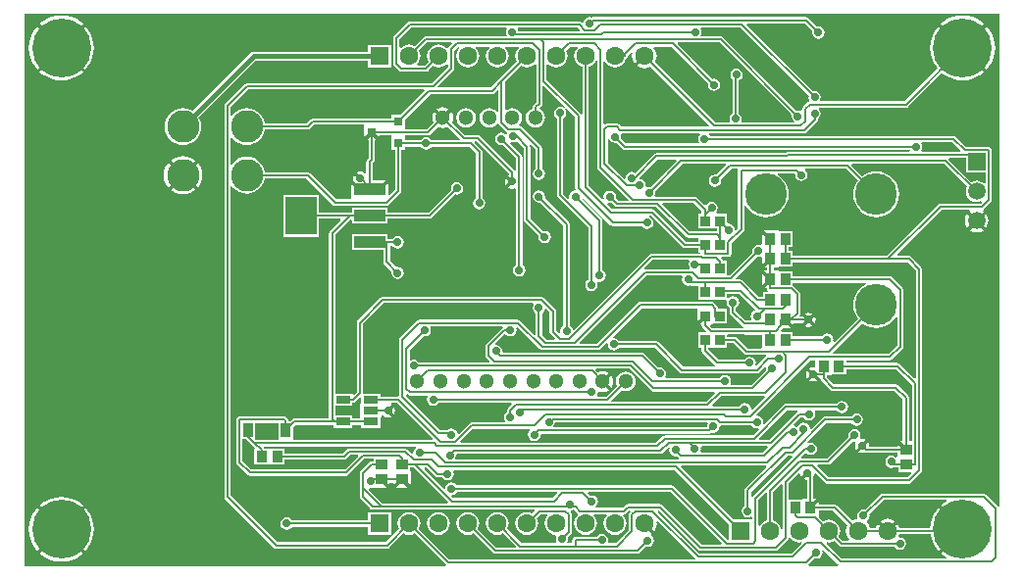
<source format=gbl>
G04*
G04 #@! TF.GenerationSoftware,Altium Limited,Altium Designer,20.0.13 (296)*
G04*
G04 Layer_Physical_Order=2*
G04 Layer_Color=16711680*
%FSLAX25Y25*%
%MOIN*%
G70*
G01*
G75*
%ADD23R,0.03543X0.03937*%
%ADD72C,0.00700*%
%ADD73C,0.01500*%
%ADD74C,0.05118*%
%ADD75C,0.06299*%
%ADD76R,0.06299X0.06299*%
%ADD77C,0.14173*%
%ADD78C,0.20000*%
%ADD79C,0.11024*%
%ADD80R,0.05906X0.05906*%
%ADD81C,0.05906*%
%ADD82C,0.02756*%
%ADD83R,0.10630X0.03937*%
%ADD84R,0.10630X0.12992*%
%ADD85R,0.05118X0.02756*%
%ADD86R,0.03071X0.03071*%
%ADD87R,0.03347X0.03740*%
%ADD88R,0.03740X0.03937*%
%ADD89R,0.03937X0.03740*%
%ADD90R,0.03598X0.04799*%
G36*
X201909Y195476D02*
X201718Y195015D01*
X180876D01*
X180757Y195611D01*
X180639Y195789D01*
X180874Y196229D01*
X201156D01*
X201909Y195476D01*
D02*
G37*
G36*
X176961Y195789D02*
X176843Y195611D01*
X176681Y194800D01*
X176843Y193989D01*
X176961Y193812D01*
X176726Y193371D01*
X149426D01*
X149426Y193371D01*
X149016Y193289D01*
X148669Y193057D01*
X148669Y193057D01*
X145616Y190004D01*
X144745Y190365D01*
X143740Y190497D01*
X142735Y190365D01*
X141799Y189977D01*
X141071Y189418D01*
X140571Y189549D01*
Y192357D01*
X144444Y196229D01*
X176726D01*
X176961Y195789D01*
D02*
G37*
G36*
X344446Y33358D02*
X344201Y33278D01*
X343946Y33275D01*
X343757Y33557D01*
X339857Y37457D01*
X339510Y37689D01*
X339100Y37771D01*
X304600D01*
X304600Y37771D01*
X304190Y37689D01*
X303843Y37457D01*
X298704Y32318D01*
X298200Y32419D01*
X297389Y32257D01*
X296702Y31798D01*
X296243Y31111D01*
X296081Y30300D01*
X296208Y29665D01*
X295973Y29207D01*
X295889Y29119D01*
X295314Y29043D01*
X294305Y28625D01*
X294295Y28617D01*
X289084Y33828D01*
X288737Y34060D01*
X288327Y34141D01*
X282988D01*
Y35191D01*
X280542Y32745D01*
X279694Y33593D01*
X282139Y36039D01*
X281188D01*
Y43645D01*
X281340Y43872D01*
X281451Y44428D01*
X281993Y44593D01*
X285143Y41443D01*
X285490Y41211D01*
X285900Y41129D01*
X313600D01*
X314010Y41211D01*
X314357Y41443D01*
X317857Y44943D01*
X318089Y45290D01*
X318171Y45700D01*
X318171Y45700D01*
Y114044D01*
X318171Y114044D01*
X318089Y114453D01*
X317857Y114801D01*
X314357Y118301D01*
X314010Y118533D01*
X313600Y118614D01*
X309782D01*
X309590Y119076D01*
X324743Y134229D01*
X334093D01*
X334252Y133762D01*
X336614Y131400D01*
X338953Y133739D01*
X338859Y133811D01*
X338844Y133967D01*
X338927Y134389D01*
X339157Y134543D01*
X341457Y136843D01*
X341689Y137190D01*
X341771Y137600D01*
Y154600D01*
X341689Y155010D01*
X341457Y155357D01*
X341110Y155589D01*
X340700Y155671D01*
X333143D01*
X329657Y159157D01*
X329310Y159389D01*
X328900Y159471D01*
X245984D01*
X245698Y159898D01*
X245693Y159901D01*
X245845Y160401D01*
X278072D01*
X278482Y160483D01*
X278829Y160715D01*
X282357Y164243D01*
X282357Y164243D01*
X282589Y164590D01*
X282671Y165000D01*
X282671Y165000D01*
Y165216D01*
X283098Y165502D01*
X283557Y166189D01*
X283719Y167000D01*
X283557Y167811D01*
X283098Y168498D01*
X283051Y168529D01*
X283203Y169029D01*
X312620D01*
X313030Y169111D01*
X313377Y169343D01*
X324904Y180870D01*
X325404Y180443D01*
X326881Y179539D01*
X328480Y178876D01*
X330164Y178472D01*
X331890Y178336D01*
X333616Y178472D01*
X335299Y178876D01*
X336899Y179539D01*
X338375Y180443D01*
X339234Y181177D01*
X331466Y188946D01*
X323697Y196715D01*
X322963Y195856D01*
X322058Y194379D01*
X321396Y192780D01*
X320992Y191096D01*
X320856Y189370D01*
X320992Y187644D01*
X321396Y185960D01*
X322058Y184361D01*
X322963Y182884D01*
X323390Y182384D01*
X312176Y171171D01*
X283674D01*
X283439Y171611D01*
X283557Y171789D01*
X283719Y172600D01*
X283557Y173411D01*
X283098Y174098D01*
X282411Y174557D01*
X281600Y174719D01*
X281096Y174618D01*
X258447Y197267D01*
X258638Y197729D01*
X278257D01*
X280882Y195104D01*
X280781Y194600D01*
X280943Y193789D01*
X281402Y193102D01*
X282089Y192643D01*
X282900Y192481D01*
X283711Y192643D01*
X284398Y193102D01*
X284857Y193789D01*
X285019Y194600D01*
X284857Y195411D01*
X284398Y196098D01*
X283711Y196557D01*
X282900Y196719D01*
X282396Y196618D01*
X279457Y199557D01*
X279110Y199789D01*
X278700Y199871D01*
X206100D01*
X205721Y199795D01*
X205100Y199919D01*
X204289Y199757D01*
X203602Y199298D01*
X203143Y198611D01*
X203038Y198083D01*
X202495Y197919D01*
X202357Y198057D01*
X202010Y198289D01*
X201600Y198371D01*
X144000D01*
X143590Y198289D01*
X143243Y198057D01*
X138743Y193557D01*
X138511Y193210D01*
X138429Y192800D01*
Y184000D01*
X138511Y183590D01*
X138743Y183243D01*
X140343Y181643D01*
X140690Y181411D01*
X141100Y181329D01*
X149526D01*
X149936Y181411D01*
X150283Y181643D01*
X151864Y183224D01*
X152735Y182864D01*
X153740Y182731D01*
X154745Y182864D01*
X155682Y183252D01*
X156429Y183825D01*
X156929Y183713D01*
Y182843D01*
X151557Y177471D01*
X88800D01*
X88390Y177389D01*
X88043Y177157D01*
X81243Y170357D01*
X81011Y170010D01*
X80929Y169600D01*
Y36700D01*
X81011Y36290D01*
X81243Y35943D01*
X97843Y19343D01*
X97843Y19343D01*
X98190Y19111D01*
X98600Y19029D01*
X98600Y19029D01*
X136281D01*
X136691Y19111D01*
X137038Y19343D01*
X141864Y24169D01*
X142735Y23809D01*
X143740Y23676D01*
X144745Y23809D01*
X145616Y24169D01*
X156251Y13534D01*
X156091Y13063D01*
X156069Y13035D01*
X13035D01*
Y201139D01*
X344446D01*
Y33358D01*
D02*
G37*
G36*
X158353Y190768D02*
X157243Y189657D01*
X157078Y189410D01*
X156684Y189325D01*
X156506Y189334D01*
X156486Y189360D01*
X155682Y189977D01*
X154745Y190365D01*
X153740Y190497D01*
X152735Y190365D01*
X151799Y189977D01*
X150995Y189360D01*
X150378Y188556D01*
X149990Y187619D01*
X149857Y186614D01*
X149990Y185609D01*
X150350Y184738D01*
X149083Y183471D01*
X146720D01*
X146564Y183971D01*
X147103Y184673D01*
X147491Y185609D01*
X147623Y186614D01*
X147491Y187619D01*
X147130Y188490D01*
X149869Y191229D01*
X158162D01*
X158353Y190768D01*
D02*
G37*
G36*
X219679Y187558D02*
X219555Y186614D01*
X219697Y185531D01*
X220115Y184521D01*
X220412Y184135D01*
X223316Y187039D01*
X224165Y186190D01*
X221261Y183286D01*
X221648Y182990D01*
X222657Y182571D01*
X223740Y182429D01*
X224823Y182571D01*
X225833Y182990D01*
X225843Y182997D01*
X245836Y163005D01*
X245644Y162543D01*
X215971D01*
X215057Y163457D01*
X214710Y163689D01*
X214300Y163771D01*
X211200D01*
X210790Y163689D01*
X210443Y163457D01*
X210443Y163457D01*
X210332Y163347D01*
X209871Y163538D01*
Y184590D01*
X210371Y184690D01*
X210378Y184673D01*
X210995Y183869D01*
X211799Y183252D01*
X212735Y182864D01*
X213740Y182731D01*
X214745Y182864D01*
X215682Y183252D01*
X216486Y183869D01*
X217103Y184673D01*
X217491Y185609D01*
X217492Y185622D01*
X217510Y185625D01*
X217857Y185857D01*
X218089Y186205D01*
X218171Y186614D01*
Y186757D01*
X219236Y187822D01*
X219679Y187558D01*
D02*
G37*
G36*
X200936Y189533D02*
X200971Y189329D01*
X200378Y188556D01*
X199990Y187619D01*
X199857Y186614D01*
X199990Y185609D01*
X200378Y184673D01*
X200995Y183869D01*
X201799Y183252D01*
X202670Y182891D01*
Y166940D01*
X202170Y166788D01*
X202057Y166957D01*
X190571Y178444D01*
Y183679D01*
X191071Y183810D01*
X191799Y183252D01*
X192735Y182864D01*
X193740Y182731D01*
X194745Y182864D01*
X195682Y183252D01*
X196486Y183869D01*
X197103Y184673D01*
X197491Y185609D01*
X197623Y186614D01*
X197491Y187619D01*
X197130Y188490D01*
X198469Y189829D01*
X200835D01*
X200936Y189533D01*
D02*
G37*
G36*
X186929Y183713D02*
Y170931D01*
X185956Y169957D01*
X185723Y169610D01*
X185642Y169200D01*
Y168734D01*
X185069Y168496D01*
X184388Y167974D01*
X183866Y167293D01*
X183537Y166500D01*
X183425Y165650D01*
X183537Y164799D01*
X183866Y164006D01*
X184388Y163325D01*
X185069Y162803D01*
X185862Y162474D01*
X186713Y162362D01*
X187563Y162474D01*
X188356Y162803D01*
X189037Y163325D01*
X189559Y164006D01*
X189888Y164799D01*
X190000Y165650D01*
X189888Y166500D01*
X189559Y167293D01*
X189037Y167974D01*
X188356Y168496D01*
X188267Y168533D01*
X188150Y169123D01*
X188757Y169730D01*
X188989Y170078D01*
X189071Y170487D01*
Y176262D01*
X189532Y176453D01*
X196686Y169300D01*
X196367Y168912D01*
X195911Y169217D01*
X195100Y169378D01*
X194289Y169217D01*
X193602Y168757D01*
X193143Y168070D01*
X192981Y167259D01*
X193143Y166449D01*
X193602Y165761D01*
X194029Y165476D01*
Y139300D01*
X194111Y138890D01*
X194343Y138543D01*
X204629Y128257D01*
Y110484D01*
X204202Y110198D01*
X203743Y109511D01*
X203581Y108700D01*
X203743Y107889D01*
X204202Y107202D01*
X204889Y106743D01*
X205700Y106581D01*
X206511Y106743D01*
X207198Y107202D01*
X207657Y107889D01*
X207819Y108700D01*
X207672Y109436D01*
X207839Y109699D01*
X208013Y109878D01*
X208500Y109781D01*
X209311Y109943D01*
X209998Y110402D01*
X210457Y111089D01*
X210619Y111900D01*
X210457Y112711D01*
X209998Y113398D01*
X209571Y113684D01*
Y130600D01*
X209489Y131010D01*
X209257Y131357D01*
X202679Y137935D01*
X202692Y137986D01*
X203246Y138140D01*
X212243Y129143D01*
X212590Y128911D01*
X213000Y128829D01*
X222916D01*
X223202Y128402D01*
X223889Y127943D01*
X224700Y127781D01*
X225511Y127943D01*
X226198Y128402D01*
X226657Y129089D01*
X226819Y129900D01*
X226657Y130711D01*
X226198Y131398D01*
X225511Y131857D01*
X225426Y131874D01*
X225475Y132374D01*
X225974D01*
X236712Y121637D01*
X237059Y121405D01*
X237469Y121323D01*
X237469Y121323D01*
X241918D01*
Y119824D01*
X242718D01*
X242739Y119804D01*
X242739Y119782D01*
X242306Y119305D01*
X226035D01*
X225625Y119224D01*
X225278Y118992D01*
X199780Y93494D01*
X199302Y93639D01*
X199257Y93861D01*
X198798Y94548D01*
X198371Y94834D01*
Y129400D01*
X198371Y129400D01*
X198289Y129810D01*
X198057Y130157D01*
X189918Y138296D01*
X190019Y138800D01*
X189857Y139611D01*
X189398Y140298D01*
X188711Y140757D01*
X187900Y140919D01*
X187089Y140757D01*
X186402Y140298D01*
X185943Y139611D01*
X185781Y138800D01*
X185943Y137989D01*
X186402Y137302D01*
X187089Y136843D01*
X187900Y136681D01*
X188404Y136782D01*
X196229Y128956D01*
Y94834D01*
X195802Y94548D01*
X195343Y93861D01*
X195181Y93050D01*
X195242Y92747D01*
X194853Y92176D01*
X194756Y92158D01*
X193671Y93243D01*
Y99800D01*
X193589Y100210D01*
X193357Y100557D01*
X189557Y104357D01*
X189210Y104589D01*
X188800Y104671D01*
X134800D01*
X134800Y104671D01*
X134390Y104589D01*
X134043Y104357D01*
X134043Y104357D01*
X126243Y96557D01*
X126011Y96210D01*
X125929Y95800D01*
Y72329D01*
X124981Y71380D01*
X124519Y71571D01*
Y71763D01*
X118671D01*
Y125856D01*
X123800Y130986D01*
X124300Y130779D01*
Y129615D01*
X136330D01*
Y131213D01*
X150723D01*
X151133Y131294D01*
X151480Y131526D01*
X159535Y139582D01*
X160039Y139481D01*
X160850Y139643D01*
X161538Y140102D01*
X161997Y140789D01*
X162158Y141600D01*
X161997Y142411D01*
X161538Y143098D01*
X160850Y143557D01*
X160039Y143719D01*
X159229Y143557D01*
X158541Y143098D01*
X158082Y142411D01*
X157921Y141600D01*
X158021Y141096D01*
X150279Y133354D01*
X136330D01*
Y134952D01*
X124300D01*
Y133354D01*
X123583D01*
X123583Y133354D01*
X123583Y133354D01*
X113102D01*
Y139479D01*
X101072D01*
Y125087D01*
X113102D01*
Y131213D01*
X120345D01*
X120537Y130751D01*
X116843Y127057D01*
X116611Y126710D01*
X116529Y126300D01*
Y63275D01*
X104724D01*
X104315Y63194D01*
X103967Y62962D01*
X103967Y62962D01*
X103456Y62450D01*
X102961D01*
X102889Y62810D01*
X102657Y63157D01*
X102157Y63657D01*
X101810Y63889D01*
X101400Y63971D01*
X86100D01*
X85690Y63889D01*
X85343Y63657D01*
X85111Y63310D01*
X85029Y62900D01*
Y48400D01*
X85111Y47990D01*
X85343Y47643D01*
X88843Y44143D01*
X89190Y43911D01*
X89600Y43829D01*
X89600Y43829D01*
X122400D01*
X122810Y43911D01*
X123157Y44143D01*
X128543Y49529D01*
X131583D01*
Y48708D01*
X131010D01*
X131010Y48708D01*
X131010Y48708D01*
X130938D01*
X130938Y48708D01*
X130528Y48627D01*
X130181Y48395D01*
X130181Y48395D01*
X127343Y45557D01*
X127111Y45210D01*
X127029Y44800D01*
Y36600D01*
X127111Y36190D01*
X127343Y35843D01*
X130543Y32643D01*
X130543Y32643D01*
X130890Y32411D01*
X131300Y32329D01*
X186343D01*
X186535Y31868D01*
X185616Y30949D01*
X184745Y31310D01*
X183740Y31442D01*
X182735Y31310D01*
X181799Y30922D01*
X180995Y30305D01*
X180378Y29500D01*
X179990Y28564D01*
X179857Y27559D01*
X179990Y26554D01*
X180378Y25618D01*
X180995Y24813D01*
X181799Y24196D01*
X182735Y23809D01*
X183740Y23676D01*
X184745Y23809D01*
X185682Y24196D01*
X186486Y24813D01*
X187103Y25618D01*
X187491Y26554D01*
X187623Y27559D01*
X187491Y28564D01*
X187130Y29435D01*
X188383Y30688D01*
X190735D01*
X190905Y30188D01*
X190378Y29500D01*
X189990Y28564D01*
X189857Y27559D01*
X189990Y26554D01*
X190378Y25618D01*
X190995Y24813D01*
X191799Y24196D01*
X192735Y23809D01*
X193537Y23703D01*
X193814Y23218D01*
X193743Y23111D01*
X193581Y22300D01*
X193743Y21489D01*
X193861Y21312D01*
X193626Y20871D01*
X181943D01*
X177130Y25683D01*
X177491Y26554D01*
X177623Y27559D01*
X177491Y28564D01*
X177103Y29500D01*
X176486Y30305D01*
X175682Y30922D01*
X174745Y31310D01*
X173740Y31442D01*
X172735Y31310D01*
X171799Y30922D01*
X170995Y30305D01*
X170378Y29500D01*
X169990Y28564D01*
X169857Y27559D01*
X169990Y26554D01*
X170378Y25618D01*
X170995Y24813D01*
X171799Y24196D01*
X172735Y23809D01*
X173740Y23676D01*
X174745Y23809D01*
X175616Y24169D01*
X179981Y19805D01*
X179789Y19343D01*
X173471D01*
X167130Y25683D01*
X167491Y26554D01*
X167623Y27559D01*
X167491Y28564D01*
X167103Y29500D01*
X166486Y30305D01*
X165682Y30922D01*
X164745Y31310D01*
X163740Y31442D01*
X162735Y31310D01*
X161799Y30922D01*
X160995Y30305D01*
X160378Y29500D01*
X159990Y28564D01*
X159857Y27559D01*
X159990Y26554D01*
X160378Y25618D01*
X160995Y24813D01*
X161799Y24196D01*
X162735Y23809D01*
X163740Y23676D01*
X164745Y23809D01*
X165616Y24169D01*
X172270Y17515D01*
X172617Y17283D01*
X173027Y17201D01*
X221472D01*
X221882Y17283D01*
X222229Y17515D01*
X224396Y19682D01*
X224900Y19581D01*
X225711Y19743D01*
X226398Y20202D01*
X226857Y20889D01*
X227019Y21700D01*
X226857Y22511D01*
X226398Y23198D01*
X226002Y23463D01*
X225966Y23563D01*
X226002Y24064D01*
X226220Y24231D01*
X223316Y27135D01*
X224165Y27983D01*
X227068Y25080D01*
X227365Y25466D01*
X227783Y26476D01*
X227926Y27559D01*
X227851Y28128D01*
X228324Y28362D01*
X240943Y15743D01*
X240736Y15243D01*
X157571D01*
X147130Y25683D01*
X147491Y26554D01*
X147623Y27559D01*
X147491Y28564D01*
X147103Y29500D01*
X146486Y30305D01*
X145682Y30922D01*
X144745Y31310D01*
X143740Y31442D01*
X142735Y31310D01*
X141799Y30922D01*
X140995Y30305D01*
X140378Y29500D01*
X139990Y28564D01*
X139857Y27559D01*
X139990Y26554D01*
X140350Y25683D01*
X135838Y21171D01*
X99043D01*
X83071Y37143D01*
Y142200D01*
X83571Y142378D01*
X84169Y141649D01*
X85115Y140873D01*
X86194Y140296D01*
X87365Y139941D01*
X88583Y139821D01*
X89800Y139941D01*
X90971Y140296D01*
X92050Y140873D01*
X92996Y141649D01*
X93773Y142595D01*
X94349Y143674D01*
X94705Y144845D01*
X94719Y144992D01*
X108894D01*
X117843Y136043D01*
X118190Y135811D01*
X118600Y135729D01*
X136118D01*
X136528Y135811D01*
X136875Y136043D01*
X140875Y140043D01*
X140875Y140043D01*
X141107Y140390D01*
X141189Y140800D01*
Y154655D01*
X142353D01*
Y155819D01*
X147716D01*
X148002Y155392D01*
X148689Y154933D01*
X149500Y154771D01*
X150311Y154933D01*
X150998Y155392D01*
X151284Y155819D01*
X164267D01*
X166529Y153557D01*
Y138384D01*
X166102Y138098D01*
X165643Y137411D01*
X165481Y136600D01*
X165643Y135789D01*
X166102Y135102D01*
X166789Y134643D01*
X167600Y134481D01*
X168411Y134643D01*
X169098Y135102D01*
X169557Y135789D01*
X169719Y136600D01*
X169557Y137411D01*
X169098Y138098D01*
X168671Y138384D01*
Y154000D01*
X168671Y154000D01*
X168589Y154410D01*
X168357Y154757D01*
X166047Y157068D01*
X166238Y157529D01*
X166756D01*
X177629Y146657D01*
Y146045D01*
X177494Y145954D01*
X179124Y144324D01*
X178700Y143900D01*
X179124Y143476D01*
X177494Y141846D01*
X177772Y141660D01*
X178700Y141475D01*
X179628Y141660D01*
X179689Y141700D01*
X180129Y141465D01*
Y115484D01*
X179702Y115198D01*
X179243Y114511D01*
X179081Y113700D01*
X179243Y112889D01*
X179702Y112202D01*
X180389Y111743D01*
X181200Y111581D01*
X182011Y111743D01*
X182698Y112202D01*
X183157Y112889D01*
X183319Y113700D01*
X183157Y114511D01*
X182698Y115198D01*
X182271Y115484D01*
Y152388D01*
X182189Y152798D01*
X181957Y153145D01*
X178191Y156911D01*
X178249Y157037D01*
X178486Y157323D01*
X179200Y157181D01*
X180011Y157343D01*
X180450Y157636D01*
X182787Y155299D01*
Y131042D01*
X182869Y130633D01*
X183101Y130285D01*
X187804Y125582D01*
X187704Y125077D01*
X187865Y124266D01*
X188325Y123579D01*
X189012Y123120D01*
X189823Y122959D01*
X190634Y123120D01*
X191321Y123579D01*
X191780Y124266D01*
X191941Y125077D01*
X191780Y125888D01*
X191321Y126575D01*
X190634Y127035D01*
X189823Y127196D01*
X189319Y127096D01*
X184928Y131486D01*
Y155742D01*
X184928Y155742D01*
X184847Y156152D01*
X184685Y156394D01*
X185074Y156712D01*
X186829Y154957D01*
Y148335D01*
X186402Y148049D01*
X185943Y147362D01*
X185781Y146551D01*
X185943Y145740D01*
X186402Y145053D01*
X187089Y144594D01*
X187900Y144432D01*
X188711Y144594D01*
X189398Y145053D01*
X189857Y145740D01*
X190019Y146551D01*
X189857Y147362D01*
X189398Y148049D01*
X188971Y148335D01*
Y155400D01*
X188889Y155810D01*
X188657Y156157D01*
X188657Y156157D01*
X182329Y162485D01*
X181982Y162717D01*
X181572Y162799D01*
X181298D01*
X181128Y163299D01*
X181163Y163325D01*
X181685Y164006D01*
X182014Y164799D01*
X182126Y165650D01*
X182014Y166500D01*
X181685Y167293D01*
X181163Y167974D01*
X180482Y168496D01*
X179689Y168825D01*
X178839Y168937D01*
X177988Y168825D01*
X177195Y168496D01*
X176771Y168171D01*
X176271Y168417D01*
Y177630D01*
X181864Y183224D01*
X182735Y182864D01*
X183740Y182731D01*
X184745Y182864D01*
X185682Y183252D01*
X186429Y183825D01*
X186929Y183713D01*
D02*
G37*
G36*
X180936Y189533D02*
X180971Y189329D01*
X180378Y188556D01*
X179990Y187619D01*
X179857Y186614D01*
X179990Y185609D01*
X180350Y184738D01*
X174443Y178831D01*
X174443Y178831D01*
X171483Y175871D01*
X153638D01*
X153446Y176332D01*
X158757Y181643D01*
X158989Y181990D01*
X159071Y182400D01*
Y188456D01*
X160367Y189753D01*
X160705Y189709D01*
X160876Y189205D01*
X160378Y188556D01*
X159990Y187619D01*
X159857Y186614D01*
X159990Y185609D01*
X160378Y184673D01*
X160995Y183869D01*
X161799Y183252D01*
X162735Y182864D01*
X163740Y182731D01*
X164745Y182864D01*
X165682Y183252D01*
X166486Y183869D01*
X167103Y184673D01*
X167491Y185609D01*
X167623Y186614D01*
X167491Y187619D01*
X167103Y188556D01*
X166509Y189329D01*
X166544Y189533D01*
X166645Y189829D01*
X170835D01*
X170936Y189533D01*
X170971Y189329D01*
X170378Y188556D01*
X169990Y187619D01*
X169857Y186614D01*
X169990Y185609D01*
X170378Y184673D01*
X170995Y183869D01*
X171799Y183252D01*
X172735Y182864D01*
X173740Y182731D01*
X174745Y182864D01*
X175682Y183252D01*
X176486Y183869D01*
X177103Y184673D01*
X177491Y185609D01*
X177623Y186614D01*
X177491Y187619D01*
X177103Y188556D01*
X176509Y189329D01*
X176544Y189533D01*
X176645Y189829D01*
X180835D01*
X180936Y189533D01*
D02*
G37*
G36*
X273882Y166604D02*
X273781Y166100D01*
X273943Y165289D01*
X274402Y164602D01*
X274640Y164443D01*
X274489Y163943D01*
X256822D01*
X256587Y164383D01*
X256657Y164489D01*
X256819Y165300D01*
X256657Y166111D01*
X256198Y166798D01*
X255771Y167084D01*
Y178327D01*
X255850Y178343D01*
X256538Y178802D01*
X256997Y179489D01*
X257158Y180300D01*
X256997Y181111D01*
X256538Y181798D01*
X255850Y182257D01*
X255039Y182419D01*
X254229Y182257D01*
X253541Y181798D01*
X253082Y181111D01*
X252921Y180300D01*
X253082Y179489D01*
X253541Y178802D01*
X253629Y178743D01*
Y167084D01*
X253202Y166798D01*
X252743Y166111D01*
X252581Y165300D01*
X252743Y164489D01*
X252813Y164383D01*
X252577Y163943D01*
X247926D01*
X227357Y184511D01*
X227365Y184521D01*
X227783Y185531D01*
X227926Y186614D01*
X227783Y187698D01*
X227365Y188707D01*
X226887Y189329D01*
X227134Y189829D01*
X232857D01*
X245382Y177304D01*
X245281Y176800D01*
X245443Y175989D01*
X245902Y175302D01*
X246589Y174843D01*
X247400Y174681D01*
X248211Y174843D01*
X248898Y175302D01*
X249357Y175989D01*
X249519Y176800D01*
X249357Y177611D01*
X248898Y178298D01*
X248211Y178757D01*
X247400Y178919D01*
X246896Y178818D01*
X234946Y190768D01*
X235138Y191229D01*
X249257D01*
X273882Y166604D01*
D02*
G37*
G36*
X279582Y173104D02*
X279481Y172600D01*
X279643Y171789D01*
X279749Y171630D01*
X279606Y171143D01*
X279534Y171052D01*
X279243Y170857D01*
X277643Y169257D01*
X277411Y168910D01*
X277329Y168500D01*
Y168174D01*
X276888Y167939D01*
X276711Y168057D01*
X275900Y168219D01*
X275396Y168118D01*
X250457Y193057D01*
X250110Y193289D01*
X249700Y193371D01*
X243074D01*
X242839Y193812D01*
X242957Y193989D01*
X243119Y194800D01*
X242957Y195611D01*
X242839Y195789D01*
X243074Y196229D01*
X256457D01*
X279582Y173104D01*
D02*
G37*
G36*
X174129Y174836D02*
Y167700D01*
X173629Y167530D01*
X173289Y167974D01*
X172608Y168496D01*
X171815Y168825D01*
X170965Y168937D01*
X170114Y168825D01*
X169321Y168496D01*
X168640Y167974D01*
X168118Y167293D01*
X167789Y166500D01*
X167677Y165650D01*
X167789Y164799D01*
X168118Y164006D01*
X168640Y163325D01*
X169321Y162803D01*
X170114Y162474D01*
X170965Y162362D01*
X171815Y162474D01*
X172608Y162803D01*
X173289Y163325D01*
X173674Y163827D01*
X174208Y163703D01*
X174211Y163690D01*
X174443Y163343D01*
X176815Y160971D01*
X176815Y160971D01*
X177092Y160786D01*
X177186Y160647D01*
X177247Y160414D01*
X177107Y160169D01*
X177046Y160127D01*
X176502Y160017D01*
X176011Y160345D01*
X175200Y160507D01*
X174389Y160345D01*
X173702Y159886D01*
X173243Y159199D01*
X173081Y158388D01*
X173243Y157577D01*
X173702Y156890D01*
X174389Y156431D01*
X175200Y156269D01*
X175704Y156370D01*
X180129Y151945D01*
Y147682D01*
X180059Y147655D01*
X179629Y147599D01*
X179457Y147857D01*
X179457Y147857D01*
X167957Y159357D01*
X167610Y159589D01*
X167200Y159671D01*
X162709D01*
X158384Y163996D01*
X158684Y164720D01*
X158806Y165650D01*
X158684Y166579D01*
X158325Y167445D01*
X158123Y167708D01*
X155641Y165225D01*
X155216Y165650D01*
X154792Y165225D01*
X152310Y167708D01*
X152108Y167445D01*
X151749Y166579D01*
X151627Y165650D01*
X151749Y164720D01*
X152049Y163996D01*
X149753Y161701D01*
X142512D01*
X142353Y162135D01*
X142353D01*
Y165092D01*
X150991Y173729D01*
X171926D01*
X172336Y173811D01*
X172683Y174043D01*
X173668Y175028D01*
X174129Y174836D01*
D02*
G37*
G36*
X149101Y174867D02*
X140839Y166606D01*
X137883D01*
Y165441D01*
X111070D01*
X110661Y165359D01*
X110313Y165127D01*
X110313Y165127D01*
X108855Y163669D01*
X94719D01*
X94705Y163816D01*
X94349Y164987D01*
X93773Y166066D01*
X92996Y167012D01*
X92050Y167788D01*
X90971Y168365D01*
X89800Y168720D01*
X88583Y168840D01*
X87365Y168720D01*
X86194Y168365D01*
X85115Y167788D01*
X84169Y167012D01*
X83571Y166283D01*
X83071Y166462D01*
Y169157D01*
X89243Y175329D01*
X148910D01*
X149101Y174867D01*
D02*
G37*
G36*
X154287Y162182D02*
X155216Y162060D01*
X156146Y162182D01*
X156870Y162482D01*
X160930Y158423D01*
X160738Y157961D01*
X151284D01*
X150998Y158388D01*
X150311Y158847D01*
X149500Y159009D01*
X148689Y158847D01*
X148002Y158388D01*
X147716Y157961D01*
X142353D01*
Y159125D01*
X142353D01*
X142513Y159559D01*
X150197D01*
X150607Y159641D01*
X150954Y159873D01*
X153563Y162482D01*
X154287Y162182D01*
D02*
G37*
G36*
X242707Y159901D02*
X242702Y159898D01*
X242243Y159211D01*
X242081Y158400D01*
X242243Y157589D01*
X242389Y157371D01*
X242122Y156871D01*
X217543D01*
X215759Y158656D01*
X215859Y159160D01*
X215711Y159901D01*
X215780Y160084D01*
X216011Y160401D01*
X242555D01*
X242707Y159901D01*
D02*
G37*
G36*
X331225Y154560D02*
X331034Y154099D01*
X318064D01*
X317796Y154599D01*
X318057Y154989D01*
X318219Y155800D01*
X318057Y156611D01*
X317911Y156829D01*
X318179Y157329D01*
X328457D01*
X331225Y154560D01*
D02*
G37*
G36*
X211783Y158349D02*
X212242Y157662D01*
X212929Y157202D01*
X213740Y157041D01*
X214245Y157141D01*
X216343Y155043D01*
X216343Y155043D01*
X216690Y154811D01*
X217100Y154729D01*
X313907D01*
X313985Y154599D01*
X313702Y154099D01*
X272500D01*
X272090Y154017D01*
X271743Y153785D01*
X271743Y153785D01*
X271529Y153571D01*
X227796D01*
X227386Y153489D01*
X227039Y153257D01*
X220606Y146824D01*
X220277Y147044D01*
X219466Y147205D01*
X218655Y147044D01*
X217968Y146585D01*
X217509Y145897D01*
X217347Y145087D01*
X217351Y145071D01*
X216890Y144824D01*
X211271Y150443D01*
Y158361D01*
X211771Y158411D01*
X211783Y158349D01*
D02*
G37*
G36*
X332962Y146898D02*
X339629D01*
Y143370D01*
X339129Y143225D01*
X338456Y143742D01*
X337568Y144110D01*
X336614Y144236D01*
X335661Y144110D01*
X334889Y143790D01*
X327222Y151457D01*
X327429Y151957D01*
X332962D01*
Y146898D01*
D02*
G37*
G36*
X234699Y150968D02*
X225850Y142118D01*
X225346Y142219D01*
X224624Y142075D01*
X224338Y142263D01*
X224184Y142424D01*
X224219Y142600D01*
X224057Y143411D01*
X223598Y144098D01*
X222911Y144557D01*
X222213Y144696D01*
X222048Y145020D01*
X222016Y145206D01*
X228239Y151429D01*
X234508D01*
X234699Y150968D01*
D02*
G37*
G36*
X128567Y163165D02*
Y158943D01*
X130678Y161054D01*
X131102Y160630D01*
X131527Y161054D01*
X133638Y158943D01*
Y159559D01*
X137723D01*
X137883Y159125D01*
X137883D01*
Y154655D01*
X139047D01*
Y141243D01*
X137092Y139288D01*
X136630Y139479D01*
Y143459D01*
X134086Y140914D01*
X133237Y141763D01*
X135781Y144307D01*
X131386D01*
Y150057D01*
X131859Y150530D01*
X132091Y150878D01*
X132173Y151287D01*
Y158095D01*
X132789D01*
X131102Y159782D01*
X129416Y158095D01*
X130032D01*
Y151731D01*
X129558Y151257D01*
X129326Y150910D01*
X129244Y150500D01*
Y147052D01*
X128744Y146828D01*
X128128Y147240D01*
X127200Y147424D01*
X126272Y147240D01*
X125994Y147054D01*
X127624Y145424D01*
X126776Y144576D01*
X125146Y146206D01*
X124960Y145928D01*
X124776Y145000D01*
X124836Y144694D01*
X124668Y144488D01*
X127393Y141763D01*
X126544Y140914D01*
X124000Y143459D01*
Y138370D01*
X124000D01*
X123999Y137871D01*
X119044D01*
X110094Y146820D01*
X109747Y147052D01*
X109337Y147134D01*
X94719D01*
X94705Y147281D01*
X94349Y148452D01*
X93773Y149531D01*
X92996Y150477D01*
X92050Y151253D01*
X90971Y151830D01*
X89800Y152185D01*
X88583Y152305D01*
X87365Y152185D01*
X86194Y151830D01*
X85115Y151253D01*
X84169Y150477D01*
X83571Y149748D01*
X83071Y149926D01*
Y158735D01*
X83571Y158914D01*
X84169Y158185D01*
X85115Y157408D01*
X86194Y156832D01*
X87365Y156476D01*
X88583Y156357D01*
X89800Y156476D01*
X90971Y156832D01*
X92050Y157408D01*
X92996Y158185D01*
X93773Y159131D01*
X94349Y160210D01*
X94705Y161381D01*
X94719Y161528D01*
X109298D01*
X109708Y161609D01*
X110055Y161841D01*
X111514Y163300D01*
X128123D01*
X128567Y163165D01*
D02*
G37*
G36*
X200229Y165756D02*
Y141600D01*
X200272Y141385D01*
X200285Y141166D01*
X199938Y140848D01*
X199488Y140758D01*
X198801Y140299D01*
X198342Y139612D01*
X198180Y138801D01*
X198270Y138351D01*
X197809Y138105D01*
X196171Y139743D01*
Y165476D01*
X196598Y165761D01*
X197057Y166449D01*
X197219Y167259D01*
X197057Y168070D01*
X196753Y168526D01*
X197141Y168845D01*
X200229Y165756D01*
D02*
G37*
G36*
X207729Y184879D02*
Y148772D01*
X207811Y148362D01*
X208043Y148015D01*
X218253Y137804D01*
X218062Y137343D01*
X214872D01*
X214018Y138196D01*
X214119Y138700D01*
X213957Y139511D01*
X213498Y140198D01*
X212811Y140657D01*
X212000Y140819D01*
X211189Y140657D01*
X210502Y140198D01*
X210043Y139511D01*
X209881Y138700D01*
X210003Y138091D01*
X209542Y137844D01*
X204811Y142575D01*
Y182891D01*
X205682Y183252D01*
X206486Y183869D01*
X207103Y184673D01*
X207229Y184978D01*
X207729Y184879D01*
D02*
G37*
G36*
X333375Y142276D02*
X333055Y141505D01*
X332930Y140551D01*
X333055Y139598D01*
X333423Y138709D01*
X334009Y137946D01*
X334772Y137361D01*
X335661Y136993D01*
X336614Y136867D01*
X337568Y136993D01*
X338086Y137207D01*
X338369Y136783D01*
X337957Y136371D01*
X324300D01*
X323890Y136289D01*
X323543Y136057D01*
X306100Y118614D01*
X274224D01*
Y120212D01*
X272724D01*
Y121568D01*
X274224D01*
Y126905D01*
X269406D01*
Y127205D01*
X264514D01*
X266960Y124759D01*
X266111Y123911D01*
X263666Y126356D01*
Y122576D01*
X263165Y122286D01*
X262500Y122419D01*
X261689Y122257D01*
X261002Y121798D01*
X260543Y121111D01*
X260381Y120300D01*
X260482Y119796D01*
X252657Y111971D01*
X251783D01*
Y116861D01*
X250468D01*
X250399Y117210D01*
X250167Y117557D01*
X250167Y117557D01*
X249829Y117895D01*
X250020Y118357D01*
X252200D01*
X252610Y118438D01*
X252957Y118671D01*
X253189Y119018D01*
X253271Y119428D01*
Y122757D01*
X257357Y126843D01*
X257589Y127190D01*
X257671Y127600D01*
Y135627D01*
X258171Y135752D01*
X258455Y135220D01*
X259428Y134034D01*
X260614Y133061D01*
X261966Y132338D01*
X263434Y131893D01*
X264961Y131743D01*
X266487Y131893D01*
X267955Y132338D01*
X269307Y133061D01*
X270493Y134034D01*
X271466Y135220D01*
X272189Y136573D01*
X272635Y138040D01*
X272785Y139567D01*
X272635Y141093D01*
X272189Y142561D01*
X271466Y143914D01*
X270493Y145099D01*
X269307Y146072D01*
X268986Y146244D01*
X269107Y146729D01*
X274557D01*
X274969Y146234D01*
X274948Y146133D01*
X275110Y145322D01*
X275569Y144635D01*
X276256Y144176D01*
X277067Y144014D01*
X277878Y144176D01*
X278565Y144635D01*
X279024Y145322D01*
X279186Y146133D01*
X279024Y146944D01*
X278565Y147631D01*
X278268Y147829D01*
X278420Y148329D01*
X292282D01*
X296344Y144268D01*
X296053Y143914D01*
X295330Y142561D01*
X294885Y141093D01*
X294735Y139567D01*
X294885Y138040D01*
X295330Y136573D01*
X296053Y135220D01*
X297026Y134034D01*
X298212Y133061D01*
X299565Y132338D01*
X301033Y131893D01*
X302559Y131743D01*
X304085Y131893D01*
X305553Y132338D01*
X306906Y133061D01*
X308092Y134034D01*
X309065Y135220D01*
X309788Y136573D01*
X310233Y138040D01*
X310383Y139567D01*
X310233Y141093D01*
X309788Y142561D01*
X309065Y143914D01*
X308092Y145099D01*
X306906Y146072D01*
X305553Y146795D01*
X304085Y147241D01*
X302559Y147391D01*
X301033Y147241D01*
X299565Y146795D01*
X298212Y146072D01*
X297858Y145782D01*
X294172Y149468D01*
X294364Y149929D01*
X325722D01*
X333375Y142276D01*
D02*
G37*
G36*
X251453Y149468D02*
X248204Y146218D01*
X247700Y146319D01*
X246889Y146157D01*
X246202Y145698D01*
X245743Y145011D01*
X245581Y144200D01*
X245743Y143389D01*
X246202Y142702D01*
X246889Y142243D01*
X247700Y142081D01*
X248511Y142243D01*
X249198Y142702D01*
X249657Y143389D01*
X249819Y144200D01*
X249718Y144704D01*
X253343Y148329D01*
X255269D01*
X255575Y147829D01*
X255529Y147600D01*
Y128043D01*
X254891Y127405D01*
X254379Y127600D01*
X254257Y128211D01*
X253798Y128898D01*
X253111Y129357D01*
X252300Y129519D01*
X252283Y129515D01*
X251783Y129926D01*
Y133066D01*
X248427D01*
X248208Y133566D01*
X248557Y134089D01*
X248719Y134900D01*
X248557Y135711D01*
X248098Y136398D01*
X247411Y136857D01*
X246600Y137019D01*
X245789Y136857D01*
X245102Y136398D01*
X244867Y136046D01*
X244225Y135980D01*
X241776Y138429D01*
X241429Y138661D01*
X241019Y138743D01*
X227468D01*
X227232Y139183D01*
X227303Y139289D01*
X227464Y140100D01*
X227364Y140604D01*
X236689Y149929D01*
X251262D01*
X251453Y149468D01*
D02*
G37*
G36*
X243221Y133957D02*
Y133066D01*
X241918D01*
Y127926D01*
X246536D01*
X246665Y127926D01*
Y127926D01*
X247036D01*
Y127926D01*
X248339D01*
Y126995D01*
X248310Y126971D01*
X239043D01*
X229874Y136140D01*
X230066Y136601D01*
X240576D01*
X243221Y133957D01*
D02*
G37*
G36*
X212000Y136581D02*
X212504Y136682D01*
X213671Y135515D01*
X214018Y135283D01*
X214428Y135201D01*
X227784D01*
X237843Y125143D01*
X238190Y124911D01*
X238600Y124829D01*
X241918D01*
Y123464D01*
X237912D01*
X227174Y134202D01*
X226827Y134434D01*
X226417Y134515D01*
X212871D01*
X211144Y136242D01*
X211391Y136703D01*
X212000Y136581D01*
D02*
G37*
G36*
X263666Y118024D02*
Y115424D01*
X266111Y117869D01*
X266960Y117021D01*
X264514Y114575D01*
X265465D01*
Y113524D01*
X264514D01*
X266960Y111078D01*
X266437Y110555D01*
X266960Y110032D01*
X264514Y107587D01*
X265465D01*
Y107500D01*
X265546Y107090D01*
X265741Y106800D01*
X265675Y106550D01*
X265542Y106300D01*
X263966D01*
Y104702D01*
X262612D01*
X257057Y110257D01*
X256710Y110489D01*
X256300Y110571D01*
X254938D01*
X254747Y111032D01*
X261996Y118282D01*
X262500Y118181D01*
X263165Y118314D01*
X263666Y118024D01*
D02*
G37*
G36*
X239018Y116723D02*
X238943Y116611D01*
X238781Y115800D01*
X238943Y114989D01*
X239244Y114538D01*
X238977Y114038D01*
X224060D01*
X223908Y114258D01*
X223836Y114522D01*
X226478Y117164D01*
X238782D01*
X239018Y116723D01*
D02*
G37*
G36*
X261418Y100452D02*
X261273Y99974D01*
X261189Y99957D01*
X260502Y99498D01*
X260043Y98811D01*
X259881Y98000D01*
X260043Y97189D01*
X260161Y97012D01*
X259926Y96571D01*
X258043D01*
X254871Y99743D01*
Y101016D01*
X255298Y101302D01*
X255757Y101989D01*
X255919Y102800D01*
X255757Y103611D01*
X255298Y104298D01*
X254611Y104757D01*
X253800Y104919D01*
X252989Y104757D01*
X252302Y104298D01*
X252283Y104270D01*
X251783Y104421D01*
Y105670D01*
X252140Y105757D01*
X256113D01*
X261418Y100452D01*
D02*
G37*
G36*
X299167Y108985D02*
X298212Y108474D01*
X297026Y107501D01*
X296053Y106315D01*
X295330Y104963D01*
X294885Y103495D01*
X294735Y101968D01*
X294885Y100442D01*
X295330Y98974D01*
X296053Y97622D01*
X296344Y97267D01*
X288350Y89274D01*
X288251Y89291D01*
X287859Y89860D01*
X287919Y90157D01*
X287757Y90968D01*
X287298Y91655D01*
X286611Y92115D01*
X285800Y92276D01*
X284989Y92115D01*
X284302Y91655D01*
X284016Y91228D01*
X274224D01*
Y92826D01*
X270450D01*
X270239Y93279D01*
X270781Y93926D01*
X273675D01*
X271229Y96372D01*
X272078Y97220D01*
X274524Y94774D01*
Y95824D01*
X277355D01*
X277446Y95689D01*
X278651Y96894D01*
X277446Y98100D01*
X277355Y97965D01*
X276623D01*
X276438Y98465D01*
X276589Y98690D01*
X276671Y99100D01*
Y105600D01*
X276671Y105600D01*
X276589Y106010D01*
X276357Y106357D01*
X276357Y106357D01*
X274457Y108257D01*
X274224Y108413D01*
Y109485D01*
X299042D01*
X299167Y108985D01*
D02*
G37*
G36*
X309629Y97649D02*
Y88143D01*
X306757Y85271D01*
X288029D01*
X287837Y85733D01*
X297858Y95753D01*
X298212Y95463D01*
X299565Y94740D01*
X301033Y94294D01*
X302559Y94144D01*
X304085Y94294D01*
X305553Y94740D01*
X306906Y95463D01*
X308092Y96436D01*
X309065Y97622D01*
X309144Y97771D01*
X309629Y97649D01*
D02*
G37*
G36*
X236740Y111456D02*
X236643Y111311D01*
X236481Y110500D01*
X236643Y109689D01*
X237102Y109002D01*
X237789Y108543D01*
X238600Y108381D01*
X239221Y108505D01*
X239600Y108429D01*
X241918D01*
Y103619D01*
X246665D01*
Y103619D01*
X247036D01*
Y103619D01*
X251334D01*
X251745Y103119D01*
X251681Y102800D01*
X251843Y101989D01*
X252302Y101302D01*
X252729Y101016D01*
Y99300D01*
X252811Y98890D01*
X253043Y98543D01*
X256843Y94743D01*
X257190Y94511D01*
X257307Y94488D01*
X257256Y93988D01*
X246847Y94067D01*
X246159Y94755D01*
X246351Y95217D01*
X246965D01*
X247036Y95517D01*
X251783D01*
Y100657D01*
X248790D01*
Y100800D01*
X248709Y101210D01*
X248477Y101557D01*
X247408Y102626D01*
X247060Y102858D01*
X246651Y102939D01*
X222269D01*
X221859Y102858D01*
X221512Y102626D01*
X207557Y88671D01*
X201838D01*
X201646Y89132D01*
X224411Y111897D01*
X236504D01*
X236740Y111456D01*
D02*
G37*
G36*
X186155Y102029D02*
X185943Y101711D01*
X185781Y100900D01*
X185943Y100089D01*
X186402Y99402D01*
X186829Y99116D01*
Y91938D01*
X186367Y91746D01*
X181557Y96557D01*
X181210Y96789D01*
X180800Y96871D01*
X147200D01*
X147200Y96871D01*
X146790Y96789D01*
X146443Y96557D01*
X140743Y90857D01*
X140511Y90510D01*
X140429Y90100D01*
Y71200D01*
X140111Y70771D01*
X139950Y70756D01*
X133968D01*
Y71763D01*
X128171D01*
X128071Y71885D01*
Y95357D01*
X135243Y102529D01*
X185888D01*
X186155Y102029D01*
D02*
G37*
G36*
X188243Y86843D02*
X188590Y86611D01*
X189000Y86529D01*
X208000D01*
X208410Y86611D01*
X208757Y86843D01*
X210860Y88946D01*
X211321Y88700D01*
X211281Y88500D01*
X211443Y87689D01*
X211902Y87002D01*
X212589Y86543D01*
X213400Y86381D01*
X214211Y86543D01*
X214898Y87002D01*
X215184Y87429D01*
X227396D01*
X235810Y79015D01*
X235810Y79015D01*
X236157Y78783D01*
X236567Y78701D01*
X236567Y78701D01*
X262000D01*
X262410Y78783D01*
X262757Y79015D01*
X264703Y80961D01*
X265164Y80715D01*
X265081Y80300D01*
X265182Y79796D01*
X259954Y74568D01*
X253172D01*
X252937Y75009D01*
X253057Y75189D01*
X253219Y76000D01*
X253057Y76811D01*
X252598Y77498D01*
X251911Y77957D01*
X251100Y78119D01*
X250289Y77957D01*
X249602Y77498D01*
X249316Y77071D01*
X231079D01*
X230811Y77571D01*
X230957Y77789D01*
X231119Y78600D01*
X230957Y79411D01*
X230498Y80098D01*
X229811Y80557D01*
X229000Y80719D01*
X228496Y80618D01*
X223757Y85357D01*
X223410Y85589D01*
X223000Y85671D01*
X175823D01*
X175413Y86171D01*
X175419Y86200D01*
X175257Y87011D01*
X174798Y87698D01*
X174111Y88157D01*
X173333Y88312D01*
X173248Y88444D01*
X173103Y88789D01*
X176189Y91874D01*
X176686Y91825D01*
X176702Y91802D01*
X177389Y91343D01*
X178200Y91181D01*
X179011Y91343D01*
X179698Y91802D01*
X180157Y92489D01*
X180319Y93300D01*
X180211Y93840D01*
X180503Y94353D01*
X180567Y94398D01*
X180673Y94414D01*
X188243Y86843D01*
D02*
G37*
G36*
X175545Y94659D02*
X175601Y94229D01*
X175343Y94057D01*
X170043Y88757D01*
X169811Y88410D01*
X169729Y88000D01*
Y84700D01*
X169811Y84290D01*
X170043Y83943D01*
X171153Y82832D01*
X170962Y82371D01*
X147184D01*
X146898Y82798D01*
X146211Y83257D01*
X145400Y83419D01*
X144589Y83257D01*
X144412Y83139D01*
X143971Y83374D01*
Y86657D01*
X148596Y91282D01*
X149100Y91181D01*
X149911Y91343D01*
X150598Y91802D01*
X151057Y92489D01*
X151219Y93300D01*
X151057Y94111D01*
X150939Y94288D01*
X151174Y94729D01*
X175518D01*
X175545Y94659D01*
D02*
G37*
G36*
X191529Y99357D02*
Y92800D01*
X191611Y92390D01*
X191843Y92043D01*
X193353Y90532D01*
X193162Y90071D01*
X190543D01*
X188971Y91643D01*
Y99116D01*
X189398Y99402D01*
X189857Y100089D01*
X189910Y100353D01*
X190388Y100498D01*
X191529Y99357D01*
D02*
G37*
G36*
X257799Y85171D02*
X257799Y85171D01*
X258147Y84939D01*
X258556Y84857D01*
X258556Y84857D01*
X264970D01*
X265121Y84357D01*
X264971Y84257D01*
X261885Y81171D01*
X261655Y81288D01*
X261473Y81466D01*
X261619Y82200D01*
X261457Y83011D01*
X260998Y83698D01*
X260311Y84157D01*
X259500Y84319D01*
X258689Y84157D01*
X258002Y83698D01*
X257716Y83271D01*
X248935D01*
X245362Y86843D01*
Y87414D01*
X246665D01*
X246665Y87414D01*
X247036D01*
Y87414D01*
X247165Y87414D01*
X251783D01*
Y88914D01*
X254057D01*
X257799Y85171D01*
D02*
G37*
G36*
X263666Y91798D02*
Y87189D01*
X263244Y86999D01*
X259000D01*
X255257Y90741D01*
X254910Y90974D01*
X254500Y91055D01*
X251833D01*
X251806Y91524D01*
X252158Y91886D01*
X263666Y91798D01*
D02*
G37*
G36*
X241618Y96065D02*
X243867Y98314D01*
X244716Y97466D01*
X242467Y95217D01*
X243221D01*
Y95109D01*
X243302Y94699D01*
X243534Y94352D01*
X244870Y93016D01*
X244678Y92554D01*
X241918D01*
Y87414D01*
X243221D01*
Y86400D01*
X243302Y85990D01*
X243534Y85643D01*
X247734Y81443D01*
X247885Y81343D01*
X247733Y80843D01*
X237011D01*
X228596Y89257D01*
X228249Y89489D01*
X227839Y89571D01*
X215184D01*
X214898Y89998D01*
X214211Y90457D01*
X213400Y90619D01*
X213200Y90579D01*
X212954Y91040D01*
X222712Y100798D01*
X241618D01*
Y96065D01*
D02*
G37*
G36*
X281775Y80984D02*
X281389Y80667D01*
X281100Y80725D01*
X280172Y80540D01*
X279894Y80354D01*
X281524Y78724D01*
X283336Y76912D01*
X283518Y76868D01*
X283580Y76831D01*
X283657Y76445D01*
X283889Y76097D01*
X286943Y73043D01*
X286943Y73043D01*
X287290Y72811D01*
X287700Y72729D01*
X308755D01*
X311528Y69957D01*
Y55626D01*
X310478D01*
X312924Y53180D01*
X312076Y52332D01*
X309630Y54777D01*
Y53827D01*
X300267D01*
X300125Y54000D01*
X299940Y54928D01*
X299754Y55206D01*
X298124Y53576D01*
X296494Y51946D01*
X296772Y51760D01*
X297700Y51575D01*
X298598Y51754D01*
X298944Y51685D01*
X309630D01*
Y50352D01*
X309408Y50221D01*
X309130Y50144D01*
X308511Y50557D01*
X307700Y50719D01*
X306889Y50557D01*
X306202Y50098D01*
X305743Y49411D01*
X305581Y48600D01*
X305743Y47789D01*
X306202Y47102D01*
X306889Y46643D01*
X307700Y46481D01*
X308397Y46620D01*
X308662Y46567D01*
X309930D01*
Y45068D01*
X314301D01*
X314492Y44606D01*
X313157Y43271D01*
X286343D01*
X282447Y47168D01*
X282638Y47629D01*
X286200D01*
X286610Y47711D01*
X286957Y47943D01*
X294596Y55582D01*
X295100Y55481D01*
X295248Y55511D01*
X295549Y55061D01*
X295460Y54928D01*
X295275Y54000D01*
X295460Y53072D01*
X295646Y52794D01*
X297276Y54424D01*
X298906Y56054D01*
X298628Y56240D01*
X297700Y56424D01*
X297371Y56359D01*
X297057Y56789D01*
X297219Y57600D01*
X297057Y58411D01*
X296598Y59098D01*
X295911Y59557D01*
X295100Y59719D01*
X294289Y59557D01*
X293602Y59098D01*
X293143Y58411D01*
X292981Y57600D01*
X293082Y57096D01*
X285757Y49771D01*
X277223D01*
X277032Y50232D01*
X278330Y51531D01*
X278828Y51482D01*
X278830Y51478D01*
X279517Y51019D01*
X280328Y50858D01*
X281139Y51019D01*
X281826Y51478D01*
X282285Y52166D01*
X282447Y52977D01*
X282285Y53787D01*
X281826Y54475D01*
X281139Y54934D01*
X280328Y55095D01*
X279517Y54934D01*
X279330Y54809D01*
X279011Y55197D01*
X285643Y61829D01*
X294162D01*
X294448Y61402D01*
X295135Y60943D01*
X295946Y60781D01*
X296757Y60943D01*
X297444Y61402D01*
X297903Y62089D01*
X298064Y62900D01*
X297903Y63711D01*
X297444Y64398D01*
X296757Y64857D01*
X295946Y65019D01*
X295135Y64857D01*
X294448Y64398D01*
X294162Y63971D01*
X285200D01*
X284790Y63889D01*
X284443Y63657D01*
X280466Y59680D01*
X279995Y59917D01*
X279857Y60611D01*
X279398Y61298D01*
X278711Y61757D01*
X277900Y61919D01*
X277089Y61757D01*
X276402Y61298D01*
X275943Y60611D01*
X275403Y60462D01*
X275111Y60657D01*
X274620Y60755D01*
X274455Y61298D01*
X276862Y63704D01*
X277861D01*
X278146Y63277D01*
X278834Y62818D01*
X279644Y62656D01*
X280455Y62818D01*
X281142Y63277D01*
X281602Y63964D01*
X281763Y64775D01*
X281602Y65586D01*
X281531Y65692D01*
X281767Y66132D01*
X289063D01*
X289349Y65705D01*
X290036Y65246D01*
X290847Y65084D01*
X291657Y65246D01*
X292345Y65705D01*
X292804Y66392D01*
X292965Y67203D01*
X292804Y68014D01*
X292345Y68701D01*
X291657Y69160D01*
X290847Y69322D01*
X290036Y69160D01*
X289349Y68701D01*
X289063Y68274D01*
X271803D01*
X271393Y68192D01*
X271046Y67960D01*
X264490Y61404D01*
X264029Y61650D01*
X264119Y62100D01*
X263957Y62911D01*
X263498Y63598D01*
X262811Y64057D01*
X262117Y64196D01*
X261880Y64666D01*
X280343Y83129D01*
X281775D01*
Y80984D01*
D02*
G37*
G36*
X316029Y113600D02*
Y77038D01*
X315567Y76846D01*
X310555Y81859D01*
X310207Y82091D01*
X309798Y82173D01*
X292334D01*
Y83129D01*
X307200D01*
X307610Y83211D01*
X307957Y83443D01*
X311457Y86943D01*
X311689Y87290D01*
X311771Y87700D01*
X311771Y87700D01*
Y107055D01*
X311771Y107055D01*
X311689Y107465D01*
X311457Y107812D01*
X307957Y111312D01*
X307610Y111544D01*
X307200Y111626D01*
X274224D01*
Y113224D01*
X269406D01*
Y113524D01*
X267606D01*
Y114575D01*
X269406D01*
Y114875D01*
X274224D01*
Y116473D01*
X313157D01*
X316029Y113600D01*
D02*
G37*
G36*
X226118Y72740D02*
X226118Y72740D01*
X226465Y72508D01*
X226875Y72427D01*
X226875Y72427D01*
X247559D01*
X247751Y71965D01*
X244740Y68954D01*
X212656D01*
X212465Y69416D01*
X215997Y72948D01*
X216570Y72711D01*
X217421Y72599D01*
X218272Y72711D01*
X219065Y73039D01*
X219746Y73561D01*
X220268Y74242D01*
X220596Y75035D01*
X220708Y75886D01*
X220596Y76737D01*
X220268Y77529D01*
X219746Y78210D01*
X219065Y78733D01*
X218272Y79061D01*
X217421Y79173D01*
X216570Y79061D01*
X215778Y78733D01*
X215097Y78210D01*
X214574Y77529D01*
X214246Y76737D01*
X214134Y75886D01*
X214246Y75035D01*
X214483Y74462D01*
X210792Y70771D01*
X207881D01*
X207646Y71211D01*
X207764Y71389D01*
X207919Y72167D01*
X207964Y72267D01*
X208306Y72548D01*
X208618Y72418D01*
X209547Y72296D01*
X210476Y72418D01*
X211342Y72777D01*
X211605Y72979D01*
X209123Y75462D01*
X209547Y75886D01*
X209123Y76310D01*
X211605Y78793D01*
X211342Y78995D01*
X210476Y79353D01*
X209547Y79476D01*
X208618Y79353D01*
X207894Y79053D01*
X207179Y79768D01*
X207371Y80229D01*
X218629D01*
X226118Y72740D01*
D02*
G37*
G36*
X264713Y70527D02*
X260466Y66280D01*
X259996Y66517D01*
X259857Y67211D01*
X259398Y67898D01*
X258711Y68357D01*
X257900Y68519D01*
X257089Y68357D01*
X256402Y67898D01*
X256116Y67471D01*
X246938D01*
X246746Y67932D01*
X249841Y71027D01*
X264506D01*
X264713Y70527D01*
D02*
G37*
G36*
X151839Y56432D02*
X151647Y55971D01*
X104753D01*
X104369Y56251D01*
Y60336D01*
X105168Y61134D01*
X118000D01*
Y60127D01*
X124519D01*
Y61134D01*
X127450D01*
Y60127D01*
X133968D01*
Y63567D01*
X134268D01*
Y64277D01*
X134768Y64428D01*
X134900Y64231D01*
X135686Y63705D01*
X136614Y63520D01*
X137542Y63705D01*
X137820Y63891D01*
X136190Y65521D01*
X136614Y65945D01*
X136190Y66369D01*
X137820Y67999D01*
X137647Y68115D01*
X137750Y68615D01*
X139656D01*
X151839Y56432D01*
D02*
G37*
G36*
X127450Y70167D02*
Y68323D01*
X127149D01*
Y63567D01*
X126770Y63275D01*
X124519D01*
Y64283D01*
X118671D01*
Y67607D01*
X124519D01*
Y68615D01*
X124800D01*
X125210Y68696D01*
X125557Y68928D01*
X126988Y70359D01*
X127450Y70167D01*
D02*
G37*
G36*
X245358Y61584D02*
X245243Y61411D01*
X245081Y60600D01*
X244811Y60271D01*
X193109D01*
X192886Y60771D01*
X193233Y61289D01*
X193379Y62025D01*
X245123D01*
X245358Y61584D01*
D02*
G37*
G36*
X260502Y60602D02*
X261189Y60143D01*
X262000Y59981D01*
X262450Y60071D01*
X262696Y59610D01*
X260616Y57530D01*
X230664D01*
X230254Y57449D01*
X229907Y57217D01*
X227733Y55043D01*
X161410D01*
X161219Y55505D01*
X165543Y59829D01*
X184847D01*
X184998Y59329D01*
X184802Y59198D01*
X184343Y58511D01*
X184181Y57700D01*
X184343Y56889D01*
X184802Y56202D01*
X185489Y55743D01*
X186300Y55581D01*
X187111Y55743D01*
X187798Y56202D01*
X188257Y56889D01*
X188419Y57700D01*
X188410Y57743D01*
X188727Y58129D01*
X245800D01*
X246210Y58211D01*
X246557Y58443D01*
X246696Y58582D01*
X247200Y58481D01*
X248011Y58643D01*
X248698Y59102D01*
X249157Y59789D01*
X249312Y60565D01*
X249345Y60653D01*
X249743Y61029D01*
X260216D01*
X260502Y60602D01*
D02*
G37*
G36*
X143343Y71443D02*
X143343Y71443D01*
X143690Y71211D01*
X144100Y71129D01*
X144100Y71129D01*
X149926D01*
X150161Y70688D01*
X150043Y70511D01*
X149881Y69700D01*
X150043Y68889D01*
X150502Y68202D01*
X151189Y67743D01*
X152000Y67581D01*
X152811Y67743D01*
X153498Y68202D01*
X153784Y68629D01*
X178579D01*
X178770Y68168D01*
X177343Y66740D01*
X177111Y66393D01*
X177029Y65983D01*
Y65484D01*
X176602Y65198D01*
X176143Y64511D01*
X175981Y63700D01*
X176143Y62889D01*
X176422Y62471D01*
X176155Y61971D01*
X165100D01*
X164690Y61889D01*
X164343Y61657D01*
X160688Y58002D01*
X160146Y58167D01*
X160057Y58611D01*
X159598Y59298D01*
X158911Y59757D01*
X158100Y59919D01*
X157289Y59757D01*
X156860Y59471D01*
X154343D01*
X142714Y71100D01*
X142746Y71333D01*
X143275Y71511D01*
X143343Y71443D01*
D02*
G37*
G36*
X275812Y65632D02*
X275662Y65532D01*
X266260Y56130D01*
X262898D01*
X262706Y56592D01*
X272247Y66132D01*
X275661D01*
X275812Y65632D01*
D02*
G37*
G36*
X99371Y56251D02*
X98987Y55971D01*
X91853D01*
X91469Y56251D01*
Y61829D01*
X99371D01*
Y56251D01*
D02*
G37*
G36*
X314629Y74757D02*
Y55626D01*
X313669D01*
Y70400D01*
X313669Y70400D01*
X313587Y70810D01*
X313355Y71157D01*
X313355Y71157D01*
X309955Y74557D01*
X309608Y74789D01*
X309198Y74871D01*
X288143D01*
X285716Y77298D01*
Y78134D01*
X287516D01*
Y78434D01*
X292334D01*
Y80032D01*
X309354D01*
X314629Y74757D01*
D02*
G37*
G36*
X265692Y53527D02*
X263908Y51742D01*
X242940D01*
X242704Y52183D01*
X242808Y52339D01*
X242969Y53150D01*
X242901Y53489D01*
X243312Y53989D01*
X265501D01*
X265692Y53527D01*
D02*
G37*
G36*
X146148Y53329D02*
X145802Y53098D01*
X145343Y52411D01*
X145181Y51600D01*
X145203Y51490D01*
X144742Y51244D01*
X143229Y52757D01*
X142882Y52989D01*
X142472Y53071D01*
X123300D01*
X122890Y52989D01*
X122543Y52757D01*
X121152Y51366D01*
X101389D01*
Y52964D01*
X96446D01*
Y52964D01*
X96074D01*
Y52964D01*
X94556D01*
X94473Y53086D01*
X94359Y53257D01*
X94356Y53259D01*
X94354Y53262D01*
X94248Y53367D01*
X94438Y53829D01*
X145996D01*
X146148Y53329D01*
D02*
G37*
G36*
X232297Y53183D02*
X232181Y52600D01*
X232343Y51789D01*
X232802Y51102D01*
X233489Y50643D01*
X234300Y50481D01*
X234804Y50582D01*
X235471Y49915D01*
X235471Y49915D01*
X235579Y49843D01*
X235428Y49343D01*
X159722D01*
X159487Y49784D01*
X159557Y49889D01*
X159719Y50700D01*
X159713Y50729D01*
X160123Y51229D01*
X229193D01*
X229603Y51311D01*
X229950Y51543D01*
X231837Y53429D01*
X232297Y53183D01*
D02*
G37*
G36*
X90413Y54143D02*
X90416Y54141D01*
X90418Y54138D01*
X91268Y53299D01*
X91131Y52964D01*
X91131D01*
Y47627D01*
X96074D01*
Y47627D01*
X96446D01*
Y47627D01*
X101389D01*
Y49225D01*
X121595D01*
X122005Y49306D01*
X122352Y49538D01*
X123743Y50929D01*
X126262D01*
X126453Y50467D01*
X121957Y45971D01*
X90043D01*
X87171Y48844D01*
Y56251D01*
X88305D01*
X90413Y54143D01*
D02*
G37*
G36*
X279524Y44376D02*
X277894Y42746D01*
X278172Y42560D01*
X279047Y42386D01*
Y36039D01*
X277248D01*
Y35739D01*
X272834D01*
Y41120D01*
X276223Y44509D01*
X276766Y44345D01*
X276860Y43872D01*
X277046Y43594D01*
X278676Y45224D01*
X279524Y44376D01*
D02*
G37*
G36*
X157091Y34933D02*
X156900Y34471D01*
X134844D01*
X130161Y39153D01*
X130407Y39614D01*
X130600Y39575D01*
X131223Y39699D01*
X131283Y39650D01*
Y39650D01*
X136372D01*
X133926Y42096D01*
X134775Y42944D01*
X137221Y40498D01*
Y41449D01*
X138370D01*
Y40498D01*
X140816Y42944D01*
X141339Y42421D01*
X141861Y42944D01*
X144307Y40498D01*
Y45390D01*
X144007D01*
Y46567D01*
X145457D01*
X157091Y34933D01*
D02*
G37*
G36*
X273991Y50219D02*
X260643Y36872D01*
X260471Y36614D01*
X260041Y36669D01*
X259971Y36697D01*
Y38423D01*
X272267Y50719D01*
X273784D01*
X273991Y50219D01*
D02*
G37*
G36*
X194226Y37896D02*
X192500Y36171D01*
X158881D01*
X158221Y36830D01*
X158405Y37354D01*
X158993Y37471D01*
X159680Y37930D01*
X159966Y38357D01*
X194034D01*
X194226Y37896D01*
D02*
G37*
G36*
X265221Y46701D02*
X258143Y39623D01*
X257911Y39276D01*
X257829Y38866D01*
Y33484D01*
X257402Y33198D01*
X256943Y32511D01*
X256781Y31700D01*
X256943Y30889D01*
X257402Y30202D01*
X258089Y29743D01*
X258900Y29581D01*
X259711Y29743D01*
X259889Y29861D01*
X260329Y29626D01*
Y29316D01*
X260247Y28850D01*
X254062D01*
X236172Y46740D01*
X236364Y47201D01*
X265014D01*
X265221Y46701D01*
D02*
G37*
G36*
X265327Y37874D02*
Y28723D01*
X264456Y28363D01*
X263652Y27746D01*
X263035Y26942D01*
X262971Y26786D01*
X262471Y26886D01*
Y35671D01*
X264865Y38066D01*
X265327Y37874D01*
D02*
G37*
G36*
X270693Y40826D02*
Y25697D01*
X270193Y25664D01*
X270148Y26005D01*
X269760Y26942D01*
X269143Y27746D01*
X268339Y28363D01*
X267468Y28723D01*
Y38254D01*
X270231Y41017D01*
X270693Y40826D01*
D02*
G37*
G36*
X152649Y43681D02*
X152649Y43681D01*
X152997Y43449D01*
X153406Y43367D01*
X155054D01*
X155340Y42940D01*
X156027Y42480D01*
X156838Y42319D01*
X157649Y42480D01*
X158336Y42940D01*
X158795Y43627D01*
X158957Y44438D01*
X158795Y45249D01*
X158720Y45360D01*
X158956Y45801D01*
X234082D01*
X252548Y27336D01*
Y22179D01*
X252048Y21998D01*
X233861Y40185D01*
X233514Y40417D01*
X233104Y40499D01*
X159966D01*
X159680Y40926D01*
X158993Y41385D01*
X158182Y41547D01*
X157371Y41385D01*
X156684Y40926D01*
X156224Y40239D01*
X156108Y39651D01*
X155584Y39467D01*
X148946Y46105D01*
X149138Y46567D01*
X149763D01*
X152649Y43681D01*
D02*
G37*
G36*
X292781Y27103D02*
X292773Y27093D01*
X292355Y26083D01*
X292212Y25000D01*
X292355Y23917D01*
X292773Y22907D01*
X293262Y22271D01*
X293015Y21771D01*
X291141D01*
X289787Y23124D01*
X290148Y23995D01*
X290280Y25000D01*
X290148Y26005D01*
X289760Y26942D01*
X289143Y27746D01*
X288339Y28363D01*
X287403Y28751D01*
X286398Y28883D01*
X285393Y28751D01*
X284522Y28390D01*
X283214Y29697D01*
X282988Y30102D01*
X282988D01*
X282988Y30102D01*
Y32000D01*
X287884D01*
X292781Y27103D01*
D02*
G37*
G36*
X201140Y31046D02*
X201143Y31043D01*
X201159Y30431D01*
X200995Y30305D01*
X200378Y29500D01*
X199990Y28564D01*
X199857Y27559D01*
X199990Y26554D01*
X200378Y25618D01*
X200995Y24813D01*
X201799Y24196D01*
X202735Y23809D01*
X203740Y23676D01*
X204745Y23809D01*
X205682Y24196D01*
X206486Y24813D01*
X207103Y25618D01*
X207491Y26554D01*
X207623Y27559D01*
X207491Y28564D01*
X207103Y29500D01*
X206543Y30229D01*
X206674Y30729D01*
X210807D01*
X210937Y30229D01*
X210378Y29500D01*
X209990Y28564D01*
X209857Y27559D01*
X209990Y26554D01*
X210378Y25618D01*
X210995Y24813D01*
X211799Y24196D01*
X212735Y23809D01*
X213740Y23676D01*
X214745Y23809D01*
X215682Y24196D01*
X216486Y24813D01*
X217103Y25618D01*
X217491Y26554D01*
X217623Y27559D01*
X217491Y28564D01*
X217103Y29500D01*
X216543Y30229D01*
X216674Y30729D01*
X216782D01*
X217192Y30811D01*
X217539Y31043D01*
X218500Y32004D01*
X218789Y31969D01*
X218975Y31448D01*
X218784Y31256D01*
X218551Y30909D01*
X218470Y30499D01*
Y25384D01*
X213957Y20871D01*
X211627D01*
X211301Y21371D01*
X211419Y21959D01*
X211257Y22770D01*
X210798Y23458D01*
X210111Y23917D01*
X209300Y24078D01*
X208489Y23917D01*
X207802Y23458D01*
X207516Y23030D01*
X200297D01*
X199887Y22949D01*
X199540Y22716D01*
X199308Y22369D01*
X199226Y21959D01*
Y20871D01*
X197774D01*
X197539Y21312D01*
X197657Y21489D01*
X197819Y22300D01*
X197718Y22804D01*
X198757Y23843D01*
X198989Y24190D01*
X199071Y24600D01*
Y30559D01*
X199071Y30559D01*
X198989Y30968D01*
X198757Y31316D01*
X198757Y31316D01*
X198635Y31438D01*
X198799Y31981D01*
X199111Y32043D01*
X199540Y32329D01*
X199856D01*
X201140Y31046D01*
D02*
G37*
G36*
X250086Y20933D02*
X249894Y20471D01*
X243243D01*
X229798Y33916D01*
X229451Y34148D01*
X229041Y34229D01*
X218141D01*
X217731Y34148D01*
X217384Y33916D01*
X216338Y32871D01*
X207111D01*
X206959Y33371D01*
X207305Y33602D01*
X207764Y34289D01*
X207926Y35100D01*
X207764Y35911D01*
X207305Y36598D01*
X206618Y37057D01*
X205807Y37219D01*
X205303Y37118D01*
X204525Y37896D01*
X204717Y38357D01*
X232661D01*
X250086Y20933D01*
D02*
G37*
G36*
X326403Y35129D02*
X325404Y34517D01*
X324545Y33784D01*
X332314Y26015D01*
X331890Y25591D01*
X332314Y25166D01*
X324545Y17398D01*
X325404Y16664D01*
X326372Y16071D01*
X326231Y15571D01*
X290743D01*
X285595Y20719D01*
X285829Y21192D01*
X286398Y21117D01*
X287403Y21250D01*
X288273Y21610D01*
X289941Y19943D01*
X290288Y19711D01*
X290698Y19629D01*
X308816D01*
X309102Y19202D01*
X309789Y18743D01*
X310600Y18581D01*
X311411Y18743D01*
X312098Y19202D01*
X312557Y19889D01*
X312719Y20700D01*
X312557Y21511D01*
X312098Y22198D01*
X311411Y22657D01*
X310600Y22819D01*
X310520Y22803D01*
X310160Y23241D01*
X310440Y23917D01*
X310442Y23930D01*
X320987D01*
X320992Y23865D01*
X321396Y22181D01*
X322058Y20581D01*
X322963Y19105D01*
X323697Y18246D01*
X331041Y25591D01*
X323697Y32935D01*
X322963Y32076D01*
X322058Y30600D01*
X321396Y29000D01*
X320992Y27317D01*
X320894Y26071D01*
X310442D01*
X310440Y26083D01*
X310022Y27093D01*
X309725Y27480D01*
X306822Y24576D01*
X306398Y25000D01*
X305973Y24576D01*
X303070Y27480D01*
X302773Y27093D01*
X302355Y26083D01*
X302353Y26071D01*
X300442D01*
X300440Y26083D01*
X300022Y27093D01*
X299357Y27960D01*
X299348Y27967D01*
X299368Y28582D01*
X299698Y28802D01*
X300157Y29489D01*
X300319Y30300D01*
X300218Y30804D01*
X305043Y35629D01*
X326262D01*
X326403Y35129D01*
D02*
G37*
G36*
X242043Y18643D02*
X242390Y18411D01*
X242800Y18329D01*
X268400D01*
X268810Y18411D01*
X269157Y18643D01*
X272521Y22007D01*
X272753Y22354D01*
X272792Y22554D01*
X273320Y22687D01*
X273652Y22255D01*
X274456Y21638D01*
X275393Y21250D01*
X276398Y21117D01*
X276972Y21193D01*
X277205Y20719D01*
X273757Y17271D01*
X242443D01*
X228330Y31384D01*
X228508Y31913D01*
X228741Y31945D01*
X242043Y18643D01*
D02*
G37*
G36*
X289543Y13743D02*
X289855Y13534D01*
X289860Y13498D01*
X289559Y13035D01*
X279658D01*
X279636Y13063D01*
X279476Y13534D01*
X281660Y15718D01*
X282164Y15617D01*
X282975Y15779D01*
X283662Y16238D01*
X284121Y16925D01*
X284283Y17736D01*
X284144Y18435D01*
X284532Y18720D01*
X284556Y18730D01*
X289543Y13743D01*
D02*
G37*
%LPC*%
G36*
X331890Y200404D02*
X330164Y200268D01*
X328480Y199864D01*
X326881Y199201D01*
X325404Y198297D01*
X324545Y197563D01*
X331890Y190218D01*
X339234Y197563D01*
X338375Y198297D01*
X336899Y199201D01*
X335299Y199864D01*
X333616Y200268D01*
X331890Y200404D01*
D02*
G37*
G36*
X25591D02*
X23865Y200268D01*
X22181Y199864D01*
X20581Y199201D01*
X19105Y198297D01*
X18246Y197563D01*
X25591Y190218D01*
X32935Y197563D01*
X32076Y198297D01*
X30600Y199201D01*
X29000Y199864D01*
X27317Y200268D01*
X25591Y200404D01*
D02*
G37*
G36*
X137590Y190464D02*
X129891D01*
Y188093D01*
X90945D01*
X90379Y187980D01*
X89900Y187660D01*
X70157Y167917D01*
X69318Y168365D01*
X68147Y168720D01*
X66929Y168840D01*
X65711Y168720D01*
X64540Y168365D01*
X63461Y167788D01*
X62515Y167012D01*
X61739Y166066D01*
X61163Y164987D01*
X60807Y163816D01*
X60687Y162598D01*
X60807Y161381D01*
X61163Y160210D01*
X61739Y159131D01*
X62515Y158185D01*
X63461Y157408D01*
X64540Y156832D01*
X65711Y156476D01*
X66929Y156357D01*
X68147Y156476D01*
X69318Y156832D01*
X70397Y157408D01*
X71343Y158185D01*
X72119Y159131D01*
X72696Y160210D01*
X73051Y161381D01*
X73171Y162598D01*
X73051Y163816D01*
X72696Y164987D01*
X72247Y165826D01*
X91557Y185136D01*
X129891D01*
Y182765D01*
X137590D01*
Y190464D01*
D02*
G37*
G36*
X340083Y196715D02*
X332738Y189370D01*
X340083Y182025D01*
X340816Y182884D01*
X341721Y184361D01*
X342384Y185960D01*
X342788Y187644D01*
X342924Y189370D01*
X342788Y191096D01*
X342384Y192780D01*
X341721Y194379D01*
X340816Y195856D01*
X340083Y196715D01*
D02*
G37*
G36*
X33784D02*
X26439Y189370D01*
X33784Y182025D01*
X34517Y182884D01*
X35422Y184361D01*
X36085Y185960D01*
X36489Y187644D01*
X36625Y189370D01*
X36489Y191096D01*
X36085Y192780D01*
X35422Y194379D01*
X34517Y195856D01*
X33784Y196715D01*
D02*
G37*
G36*
X17398Y196715D02*
X16664Y195856D01*
X15759Y194379D01*
X15097Y192780D01*
X14692Y191096D01*
X14557Y189370D01*
X14692Y187644D01*
X15097Y185960D01*
X15759Y184361D01*
X16664Y182884D01*
X17398Y182025D01*
X24742Y189370D01*
X17398Y196715D01*
D02*
G37*
G36*
X25591Y188522D02*
X18246Y181177D01*
X19105Y180443D01*
X20581Y179539D01*
X22181Y178876D01*
X23865Y178472D01*
X25591Y178336D01*
X27317Y178472D01*
X29000Y178876D01*
X30600Y179539D01*
X32076Y180443D01*
X32935Y181177D01*
X25591Y188522D01*
D02*
G37*
G36*
X66929Y152606D02*
X65653Y152481D01*
X64425Y152108D01*
X63294Y151504D01*
X62768Y151072D01*
X66929Y146912D01*
X71090Y151072D01*
X70565Y151504D01*
X69433Y152108D01*
X68206Y152481D01*
X66929Y152606D01*
D02*
G37*
G36*
X71939Y150224D02*
X67778Y146063D01*
X71939Y141902D01*
X72370Y142428D01*
X72974Y143559D01*
X73347Y144787D01*
X73472Y146063D01*
X73347Y147339D01*
X72974Y148567D01*
X72370Y149698D01*
X71939Y150224D01*
D02*
G37*
G36*
X61920D02*
X61489Y149698D01*
X60884Y148567D01*
X60512Y147339D01*
X60386Y146063D01*
X60512Y144787D01*
X60884Y143559D01*
X61489Y142428D01*
X61920Y141902D01*
X66081Y146063D01*
X61920Y150224D01*
D02*
G37*
G36*
X66929Y145214D02*
X62768Y141054D01*
X63294Y140622D01*
X64425Y140018D01*
X65653Y139645D01*
X66929Y139520D01*
X68206Y139645D01*
X69433Y140018D01*
X70565Y140622D01*
X71090Y141054D01*
X66929Y145214D01*
D02*
G37*
G36*
X339802Y132890D02*
X337463Y130551D01*
X339802Y128212D01*
X340067Y128558D01*
X340465Y129519D01*
X340601Y130551D01*
X340465Y131583D01*
X340067Y132545D01*
X339802Y132890D01*
D02*
G37*
G36*
X333427D02*
X333161Y132545D01*
X332763Y131583D01*
X332627Y130551D01*
X332763Y129519D01*
X333161Y128558D01*
X333427Y128212D01*
X335766Y130551D01*
X333427Y132890D01*
D02*
G37*
G36*
X336614Y129703D02*
X334275Y127364D01*
X334621Y127099D01*
X335582Y126700D01*
X336614Y126564D01*
X337646Y126700D01*
X338608Y127099D01*
X338953Y127364D01*
X336614Y129703D01*
D02*
G37*
G36*
X25591Y36625D02*
X23865Y36489D01*
X22181Y36085D01*
X20581Y35422D01*
X19105Y34517D01*
X18246Y33784D01*
X25591Y26439D01*
X32935Y33784D01*
X32076Y34517D01*
X30600Y35422D01*
X29000Y36085D01*
X27317Y36489D01*
X25591Y36625D01*
D02*
G37*
G36*
X33784Y32935D02*
X26439Y25591D01*
X33784Y18246D01*
X34517Y19105D01*
X35422Y20581D01*
X36085Y22181D01*
X36489Y23865D01*
X36625Y25591D01*
X36489Y27317D01*
X36085Y29000D01*
X35422Y30600D01*
X34517Y32076D01*
X33784Y32935D01*
D02*
G37*
G36*
X17398Y32935D02*
X16664Y32076D01*
X15759Y30600D01*
X15097Y29000D01*
X14692Y27317D01*
X14557Y25591D01*
X14692Y23865D01*
X15097Y22181D01*
X15759Y20581D01*
X16664Y19105D01*
X17398Y18246D01*
X24742Y25591D01*
X17398Y32935D01*
D02*
G37*
G36*
X25591Y24742D02*
X18246Y17398D01*
X19105Y16664D01*
X20581Y15759D01*
X22181Y15097D01*
X23865Y14692D01*
X25591Y14557D01*
X27317Y14692D01*
X29000Y15097D01*
X30600Y15759D01*
X32076Y16664D01*
X32935Y17398D01*
X25591Y24742D01*
D02*
G37*
G36*
X176646Y145106D02*
X176460Y144828D01*
X176276Y143900D01*
X176460Y142972D01*
X176646Y142694D01*
X177851Y143900D01*
X176646Y145106D01*
D02*
G37*
G36*
X136330Y125897D02*
X124300D01*
Y120560D01*
X135129D01*
Y116500D01*
X135211Y116090D01*
X135443Y115743D01*
X137882Y113304D01*
X137781Y112800D01*
X137943Y111989D01*
X138402Y111302D01*
X139089Y110843D01*
X139900Y110681D01*
X140711Y110843D01*
X141398Y111302D01*
X141857Y111989D01*
X142019Y112800D01*
X141857Y113611D01*
X141398Y114298D01*
X140711Y114757D01*
X139900Y114919D01*
X139396Y114818D01*
X137271Y116944D01*
Y122158D01*
X138116D01*
X138402Y121730D01*
X139089Y121271D01*
X139900Y121110D01*
X140711Y121271D01*
X141398Y121730D01*
X141857Y122418D01*
X142019Y123228D01*
X141857Y124039D01*
X141398Y124726D01*
X140711Y125186D01*
X139900Y125347D01*
X139089Y125186D01*
X138402Y124726D01*
X138116Y124299D01*
X136330D01*
Y125897D01*
D02*
G37*
G36*
X137590Y31409D02*
X129891D01*
Y28630D01*
X103925D01*
X103639Y29057D01*
X102952Y29516D01*
X102141Y29678D01*
X101330Y29516D01*
X100643Y29057D01*
X100184Y28370D01*
X100022Y27559D01*
X100184Y26748D01*
X100643Y26061D01*
X101330Y25602D01*
X102141Y25440D01*
X102952Y25602D01*
X103639Y26061D01*
X103925Y26488D01*
X129891D01*
Y23709D01*
X137590D01*
Y31409D01*
D02*
G37*
G36*
X153740Y31442D02*
X152735Y31310D01*
X151799Y30922D01*
X150995Y30305D01*
X150378Y29500D01*
X149990Y28564D01*
X149857Y27559D01*
X149990Y26554D01*
X150378Y25618D01*
X150995Y24813D01*
X151799Y24196D01*
X152735Y23809D01*
X153740Y23676D01*
X154745Y23809D01*
X155682Y24196D01*
X156486Y24813D01*
X157103Y25618D01*
X157491Y26554D01*
X157623Y27559D01*
X157491Y28564D01*
X157103Y29500D01*
X156486Y30305D01*
X155682Y30922D01*
X154745Y31310D01*
X153740Y31442D01*
D02*
G37*
G36*
X155216Y169239D02*
X154287Y169117D01*
X153421Y168758D01*
X153158Y168556D01*
X155216Y166498D01*
X157275Y168556D01*
X157011Y168758D01*
X156146Y169117D01*
X155216Y169239D01*
D02*
G37*
G36*
X163091Y168937D02*
X162240Y168825D01*
X161447Y168496D01*
X160766Y167974D01*
X160244Y167293D01*
X159915Y166500D01*
X159803Y165650D01*
X159915Y164799D01*
X160244Y164006D01*
X160766Y163325D01*
X161447Y162803D01*
X162240Y162474D01*
X163091Y162362D01*
X163941Y162474D01*
X164734Y162803D01*
X165415Y163325D01*
X165937Y164006D01*
X166266Y164799D01*
X166378Y165650D01*
X166266Y166500D01*
X165937Y167293D01*
X165415Y167974D01*
X164734Y168496D01*
X163941Y168825D01*
X163091Y168937D01*
D02*
G37*
G36*
X263666Y112675D02*
Y108435D01*
X265786Y110555D01*
X263666Y112675D01*
D02*
G37*
G36*
X279500Y99319D02*
X278572Y99134D01*
X278294Y98949D01*
X279500Y97743D01*
X280706Y98949D01*
X280428Y99134D01*
X279500Y99319D01*
D02*
G37*
G36*
X281554Y98100D02*
X280348Y96894D01*
X281554Y95689D01*
X281740Y95967D01*
X281925Y96894D01*
X281740Y97822D01*
X281554Y98100D01*
D02*
G37*
G36*
X279500Y96046D02*
X278294Y94840D01*
X278572Y94654D01*
X279500Y94470D01*
X280428Y94654D01*
X280706Y94840D01*
X279500Y96046D01*
D02*
G37*
G36*
X279046Y79506D02*
X278860Y79228D01*
X278676Y78300D01*
X278860Y77372D01*
X279046Y77094D01*
X280252Y78300D01*
X279046Y79506D01*
D02*
G37*
G36*
X281100Y77451D02*
X279894Y76246D01*
X280172Y76060D01*
X281100Y75876D01*
X282028Y76060D01*
X282306Y76246D01*
X281100Y77451D01*
D02*
G37*
G36*
X212454Y77944D02*
X210396Y75886D01*
X212454Y73828D01*
X212656Y74091D01*
X213015Y74957D01*
X213137Y75886D01*
X213015Y76815D01*
X212656Y77681D01*
X212454Y77944D01*
D02*
G37*
G36*
X138669Y67151D02*
X137463Y65945D01*
X138669Y64739D01*
X138854Y65017D01*
X139039Y65945D01*
X138854Y66873D01*
X138669Y67151D01*
D02*
G37*
G36*
X141339Y41770D02*
X139219Y39650D01*
X143459D01*
X141339Y41770D01*
D02*
G37*
G36*
X306398Y29186D02*
X305314Y29043D01*
X304305Y28625D01*
X303918Y28328D01*
X306398Y25849D01*
X308877Y28328D01*
X308490Y28625D01*
X307481Y29043D01*
X306398Y29186D01*
D02*
G37*
%LPD*%
D23*
X93602Y50295D02*
D03*
X98917D02*
D03*
D72*
X249410Y122394D02*
Y124800D01*
Y130290D01*
X118400Y62205D02*
X121260D01*
X104724D02*
X118400D01*
X101900Y59380D02*
Y62400D01*
Y59350D02*
Y59380D01*
X104724Y62205D01*
X101870Y59350D02*
X101900Y59380D01*
X145900Y47638D02*
X150206D01*
X136200Y123228D02*
X139900D01*
X130315D02*
X136200D01*
X149500Y156890D02*
X164710D01*
X140118D02*
X149500D01*
X171926Y174800D02*
X175200Y178074D01*
X273394Y96894D02*
X279500D01*
X271654D02*
X273394D01*
X270200Y94900D02*
Y96894D01*
X284646Y78300D02*
Y81102D01*
Y76854D02*
Y78300D01*
X323000Y25000D02*
Y25591D01*
X266536Y92847D02*
Y93000D01*
Y90157D02*
Y92847D01*
X128600Y141339D02*
Y143600D01*
X257600Y95500D02*
X266536D01*
X217100Y186614D02*
Y187200D01*
X244291Y109500D02*
X256300D01*
X239600D02*
X244291D01*
X200297Y19800D02*
X214400D01*
X181499D02*
X200297D01*
X264600Y100600D02*
X270654D01*
X262785D02*
X264600D01*
X270700Y85928D02*
X286519D01*
X258556D02*
X270700D01*
X244291Y132591D02*
Y134400D01*
Y130496D02*
Y132591D01*
X238940Y55060D02*
X266704D01*
X188500Y192300D02*
X249700D01*
X306544Y117544D02*
X313600D01*
X271654D02*
X306544D01*
X240900Y115800D02*
X244291D01*
X131010Y47638D02*
X134252D01*
X130938D02*
X131010D01*
X197700Y33400D02*
X200300D01*
X131300D02*
X134400D01*
X247720Y98087D02*
Y100800D01*
X150206Y47638D02*
X153406Y44438D01*
X156838D01*
X141339Y47638D02*
X145900D01*
X158438Y35100D01*
X192944D01*
X195872Y38028D01*
X202879D01*
X205807Y35100D01*
X152000Y69700D02*
X211235D01*
X217421Y75886D01*
X88583Y162598D02*
X109298D01*
X111070Y164370D01*
X140118D01*
X150548Y174800D02*
X171926D01*
X140118Y164370D02*
X150548Y174800D01*
X197300Y93050D02*
Y129400D01*
X187900Y138800D02*
X197300Y129400D01*
X175200Y178074D02*
X183740Y186614D01*
X175200Y164100D02*
Y178074D01*
Y164100D02*
X177572Y161728D01*
X181572D01*
X187900Y155400D01*
Y146551D02*
Y155400D01*
X268300Y93000D02*
X268468Y92832D01*
X270200Y96894D02*
X271654D01*
X268468Y92832D02*
X270200Y94900D01*
X266536Y93000D02*
X268300D01*
X246400D02*
X266536Y92847D01*
X244291Y95109D02*
X246400Y93000D01*
X244291Y95109D02*
Y98087D01*
X131120Y42520D02*
X134252D01*
X130600Y42000D02*
X131120Y42520D01*
X213740Y186614D02*
X217100D01*
Y187200D02*
X220800Y190900D01*
X233300D01*
X247400Y176800D01*
X253800Y99300D02*
Y102800D01*
Y99300D02*
X257600Y95500D01*
X266536D02*
Y96894D01*
X213740Y159160D02*
X217100Y155800D01*
X316100D01*
X244291Y106189D02*
Y109500D01*
X238600Y110500D02*
X239600Y109500D01*
X256300D02*
X262169Y103631D01*
X266536D01*
X183740Y27559D02*
X187940Y31759D01*
X196800D01*
X198000Y30559D01*
Y24600D02*
Y30559D01*
X195700Y22300D02*
X198000Y24600D01*
X200297Y21959D02*
X209300D01*
X200297Y19800D02*
Y21959D01*
X173740Y27559D02*
X181499Y19800D01*
X298200Y30300D02*
X304600Y36700D01*
X339100D01*
X343000Y32800D01*
Y15900D02*
Y32800D01*
X341600Y14500D02*
X343000Y15900D01*
X290300Y14500D02*
X341600D01*
X283900Y20900D02*
X290300Y14500D01*
X278900Y20900D02*
X283900D01*
X274200Y16200D02*
X278900Y20900D01*
X242000Y16200D02*
X274200D01*
X226441Y31759D02*
X242000Y16200D01*
X220800Y31759D02*
X226441D01*
X219541Y30499D02*
X220800Y31759D01*
X219541Y24941D02*
Y30499D01*
X214400Y19800D02*
X219541Y24941D01*
X277900Y58200D02*
Y59800D01*
X273130Y53430D02*
X277900Y58200D01*
X270627Y53430D02*
X273130D01*
X265470Y48272D02*
X270627Y53430D01*
X156000Y48272D02*
X265470D01*
X152672Y51600D02*
X156000Y48272D01*
X147300Y51600D02*
X152672D01*
X163740Y27559D02*
X173027Y18272D01*
X221472D01*
X224900Y21700D01*
X234300Y52600D02*
X236228Y50672D01*
X264351D01*
X272379Y58700D01*
X274300D01*
X136281Y20100D02*
X143740Y27559D01*
X98600Y20100D02*
X136281D01*
X82000Y36700D02*
X98600Y20100D01*
X82000Y36700D02*
Y169600D01*
X88800Y176400D01*
X152000D01*
X158000Y182400D01*
Y188900D01*
X160000Y190900D01*
X185900D01*
X188000Y188800D01*
Y170487D02*
Y188800D01*
X186713Y169200D02*
X188000Y170487D01*
X186713Y165650D02*
Y169200D01*
X278600Y14172D02*
X282164Y17736D01*
X157127Y14172D02*
X278600D01*
X143740Y27559D02*
X157127Y14172D01*
X271654Y101600D02*
Y103631D01*
X270654Y100600D02*
X271654Y101600D01*
X262000Y98000D02*
X264600Y100600D01*
X249541Y62100D02*
X262000D01*
X248546Y63095D02*
X249541Y62100D01*
X192271Y63095D02*
X248546D01*
X191275Y62100D02*
X192271Y63095D01*
X256557Y106828D02*
X262785Y100600D01*
X252011Y106828D02*
X256557D01*
X249410Y106189D02*
X252011Y106828D01*
X271803Y67203D02*
X290847D01*
X261060Y56460D02*
X271803Y67203D01*
X230664Y56460D02*
X261060D01*
X228176Y53972D02*
X230664Y56460D01*
X153237Y53972D02*
X228176D01*
X152309Y54900D02*
X153237Y53972D01*
X91170Y54900D02*
X152309D01*
X88970Y57100D02*
Y59350D01*
Y57100D02*
X91170Y54900D01*
X93602Y52500D01*
Y50295D02*
Y52500D01*
X208500Y111900D02*
Y130600D01*
X200299Y138801D02*
X208500Y130600D01*
X205700Y108700D02*
Y128700D01*
X195100Y139300D02*
X205700Y128700D01*
X195100Y139300D02*
Y167259D01*
X205100Y197800D02*
X206100Y198800D01*
X278700D01*
X282900Y194600D01*
X209773Y194800D02*
X241000D01*
X208917Y193944D02*
X209773Y194800D01*
X179656Y193944D02*
X208917D01*
X178800Y194800D02*
X179656Y193944D01*
X175200Y158388D02*
X181200Y152388D01*
Y113700D02*
Y152388D01*
X179200Y159300D02*
X180300D01*
X183858Y155742D01*
Y131042D02*
Y155742D01*
Y131042D02*
X189823Y125077D01*
X144100Y72200D02*
X205807D01*
X142900Y73400D02*
X144100Y72200D01*
X142900Y73400D02*
Y87100D01*
X149100Y93300D01*
X173300Y86200D02*
X174900Y84600D01*
X223000D01*
X229000Y78600D01*
X181255Y65455D02*
X182200Y66400D01*
X257900D01*
X178100Y63700D02*
Y65983D01*
X180000Y67883D01*
X245183D01*
X249397Y72097D01*
X264799D01*
X271828Y79126D01*
Y84800D01*
X270700Y85928D02*
X271828Y84800D01*
X254700Y179961D02*
X255039Y180300D01*
X254700Y165300D02*
Y179961D01*
X226500Y76000D02*
X251100D01*
X219800Y82700D02*
X226500Y76000D01*
X172800Y82700D02*
X219800D01*
X170800Y84700D02*
X172800Y82700D01*
X170800Y84700D02*
Y88000D01*
X176100Y93300D01*
X178200D01*
X265728Y83500D02*
X269400D01*
X262000Y79772D02*
X265728Y83500D01*
X236567Y79772D02*
X262000D01*
X227839Y88500D02*
X236567Y79772D01*
X213400Y88500D02*
X227839D01*
X158182Y39428D02*
X233104D01*
X251732Y20800D01*
X260600D01*
X261400Y21600D01*
Y36115D01*
X278262Y52977D01*
X280328D01*
X159200Y52300D02*
X229193D01*
X231953Y55060D01*
X266704D02*
X276419Y64775D01*
X279644D01*
X187900Y91200D02*
Y100900D01*
Y91200D02*
X190100Y89000D01*
X200000D01*
X223968Y112968D01*
X240057D01*
X242125Y110900D01*
X253100D01*
X262500Y120300D01*
X98917Y50295D02*
X121595D01*
X123300Y52000D01*
X142472D01*
X145300Y49172D01*
X151472D01*
X153772Y46872D01*
X234526D01*
X256398Y25000D01*
X143740Y186614D02*
X149426Y192300D01*
X249700D02*
X275900Y166100D01*
X258900Y31700D02*
Y38866D01*
X271824Y51790D01*
X274090D01*
X285200Y62900D01*
X295946D01*
X266398Y25000D02*
Y38698D01*
X276400Y48700D01*
X286200D01*
X295100Y57600D01*
X256900Y197300D02*
X281600Y172600D01*
X208800Y197300D02*
X256900D01*
X206844Y195344D02*
X208800Y197300D01*
X203556Y195344D02*
X206844D01*
X201600Y197300D02*
X203556Y195344D01*
X144000Y197300D02*
X201600D01*
X139500Y192800D02*
X144000Y197300D01*
X139500Y184000D02*
Y192800D01*
Y184000D02*
X141100Y182400D01*
X149526D01*
X153740Y186614D01*
X186300Y57700D02*
X187800Y59200D01*
X245800D01*
X247200Y60600D01*
X247700Y144200D02*
X252900Y149400D01*
X292726D01*
X302559Y139567D01*
X244291Y132591D02*
X246600Y134900D01*
X128100Y44800D02*
X130938Y47638D01*
X128100Y36600D02*
Y44800D01*
Y36600D02*
X131300Y33400D01*
X200300D02*
X201900Y31800D01*
X216782D01*
X218141Y33159D01*
X229041D01*
X242800Y19400D01*
X268400D01*
X271764Y22764D01*
Y41564D01*
X277500Y47300D01*
X280800D01*
X285900Y42200D01*
X313600D01*
X317100Y45700D01*
Y114044D01*
X313600Y117544D02*
X317100Y114044D01*
X128172Y44800D02*
X131010Y47638D01*
X128172Y39628D02*
Y44800D01*
Y39628D02*
X134400Y33400D01*
X197700D01*
X198300Y34000D01*
X157500Y58400D02*
X158100Y57800D01*
X153900Y58400D02*
X157500D01*
X141500Y70800D02*
X153900Y58400D01*
X141500Y70800D02*
Y90100D01*
X147200Y95800D01*
X180800D01*
X189000Y87600D01*
X208000D01*
X222269Y101869D01*
X246651D01*
X247720Y100800D01*
Y98087D02*
X249410D01*
X271654Y110555D02*
X307200D01*
X310700Y107055D01*
Y87700D02*
Y107055D01*
X307200Y84200D02*
X310700Y87700D01*
X279900Y84200D02*
X307200D01*
X259600Y63900D02*
X279900Y84200D01*
X251300Y63900D02*
X259600D01*
X250600Y64600D02*
X251300Y63900D01*
X190100Y64600D02*
X250600D01*
X186400Y60900D02*
X190100Y64600D01*
X165100Y60900D02*
X186400D01*
X159572Y55372D02*
X165100Y60900D01*
X154413Y55372D02*
X159572D01*
X140100Y69685D02*
X154413Y55372D01*
X130709Y69685D02*
X140100D01*
X157600Y50700D02*
X159200Y52300D01*
X231953Y55060D02*
X238940D01*
X240850Y53150D01*
X193740Y186614D02*
X198026Y190900D01*
X206700D01*
X208800Y188800D01*
Y148772D02*
Y188800D01*
Y148772D02*
X219900Y137672D01*
X241019D01*
X244291Y134400D01*
X203740Y142132D02*
Y186614D01*
Y142132D02*
X212427Y133445D01*
X226417D01*
X237469Y122394D01*
X244291D01*
X213000Y129900D02*
X224700D01*
X201300Y141600D02*
X213000Y129900D01*
X201300Y141600D02*
Y166200D01*
X189500Y178000D02*
X201300Y166200D01*
X189500Y178000D02*
Y191300D01*
X188500Y192300D02*
X189500Y191300D01*
X149426Y192300D02*
X188500D01*
X212000Y138700D02*
X214428Y136272D01*
X228228D01*
X238600Y125900D01*
X248310D01*
X249410Y124800D01*
X297700Y54000D02*
X298944Y52756D01*
X312598D01*
X102141Y27559D02*
X133740D01*
X308662Y47638D02*
X312598D01*
X307700Y48600D02*
X308662Y47638D01*
X128600Y141339D02*
X130315D01*
X127200Y145000D02*
X128600Y143600D01*
X155216Y165650D02*
X162266Y158600D01*
X167200D01*
X178700Y147100D01*
Y143900D02*
Y147100D01*
X121260Y69685D02*
X124800D01*
X127000Y71885D01*
Y95800D01*
X134800Y103600D01*
X188800D01*
X192600Y99800D01*
Y92800D02*
Y99800D01*
Y92800D02*
X195000Y90400D01*
X198200D01*
X226035Y118235D01*
X243133D01*
X243368Y118000D01*
X248210D01*
X249410Y116800D01*
Y114291D02*
Y116800D01*
X217600Y142600D02*
X222100D01*
X210200Y150000D02*
X217600Y142600D01*
X210200Y150000D02*
Y161700D01*
X211200Y162700D01*
X214300D01*
X215528Y161472D01*
X278072D01*
X281600Y165000D01*
Y167000D01*
X312620Y170100D02*
X331890Y189370D01*
X280000Y170100D02*
X312620D01*
X278400Y168500D02*
X280000Y170100D01*
X278400Y164400D02*
Y168500D01*
X276872Y162872D02*
X278400Y164400D01*
X247482Y162872D02*
X276872D01*
X223740Y186614D02*
X247482Y162872D01*
X306544Y117544D02*
X324300Y135300D01*
X338400D01*
X340700Y137600D01*
Y154600D01*
X332700D02*
X340700D01*
X328900Y158400D02*
X332700Y154600D01*
X244200Y158400D02*
X328900D01*
X244291Y114291D02*
Y115800D01*
X249410Y130290D02*
Y130496D01*
Y130290D02*
X252300Y127400D01*
X284646Y76854D02*
X287700Y73800D01*
X309198D01*
X312598Y70400D01*
Y52756D02*
Y70400D01*
X260397Y73497D02*
X267200Y80300D01*
X226875Y73497D02*
X260397D01*
X219072Y81300D02*
X226875Y73497D01*
X145400Y81300D02*
X219072D01*
X244291Y119428D02*
Y122394D01*
Y119428D02*
X252200D01*
Y123200D01*
X256600Y127600D01*
Y147600D01*
X256800Y147800D01*
X275400D01*
X277067Y146133D01*
X280118Y33071D02*
Y43782D01*
X279100Y44800D02*
X280118Y43782D01*
X130709Y65945D02*
X136614D01*
X286398Y25000D02*
X290698Y20700D01*
X310600D01*
X281100Y78300D02*
X284646D01*
X271654Y90157D02*
X285800D01*
X167600Y136600D02*
Y154000D01*
X164710Y156890D02*
X167600Y154000D01*
X130315Y132283D02*
X150723D01*
X160039Y141600D01*
X136200Y116500D02*
Y123228D01*
Y116500D02*
X139900Y112800D01*
X289764Y81102D02*
X309798D01*
X315700Y75200D01*
Y47638D02*
Y75200D01*
X312598Y47638D02*
X315700D01*
X101870Y59350D02*
X101900D01*
X101400Y62900D02*
X101900Y62400D01*
X86100Y62900D02*
X101400D01*
X86100Y48400D02*
Y62900D01*
Y48400D02*
X89600Y44900D01*
X122400D01*
X128100Y50600D01*
X140339D01*
X141339Y49600D01*
Y47638D02*
Y49600D01*
X286519Y85928D02*
X302559Y101968D01*
X254500Y89984D02*
X258556Y85928D01*
X249410Y89984D02*
X254500D01*
X273394Y96894D02*
X275600Y99100D01*
Y105600D01*
X273700Y107500D02*
X275600Y105600D01*
X266536Y107500D02*
X273700D01*
X266536D02*
Y110555D01*
X117600Y63005D02*
X118400Y62205D01*
X117600Y63005D02*
Y126300D01*
X123583Y132283D01*
X130315D01*
X225346Y140100D02*
X236246Y151000D01*
X326165D01*
X336614Y140551D01*
X219466Y145087D02*
X220382D01*
X227796Y152500D01*
X271972D01*
X272500Y153028D01*
X334137D01*
X336614Y150551D01*
X244291Y86400D02*
Y89984D01*
Y86400D02*
X248491Y82200D01*
X259500D01*
X205933Y79500D02*
X209547Y75886D01*
X150169Y79500D02*
X205933D01*
X146555Y75886D02*
X150169Y79500D01*
X281798Y29600D02*
X286398Y25000D01*
X275800Y29600D02*
X281798D01*
X275000Y30400D02*
X275800Y29600D01*
X275000Y30400D02*
Y33071D01*
X131102Y160630D02*
X150197D01*
X155216Y165650D01*
X280118Y33071D02*
X288327D01*
X296398Y25000D01*
X88583Y146063D02*
X109337D01*
X118600Y136800D01*
X136118D01*
X140118Y140800D01*
Y156890D01*
X323000Y25591D02*
X331890D01*
X306398Y25000D02*
X323000D01*
X107087Y132283D02*
X123583D01*
X121260Y62205D02*
X130709D01*
X266536Y110555D02*
Y117544D01*
Y124236D01*
X296398Y25000D02*
X306398D01*
X134252Y42520D02*
X141339D01*
X131102Y151287D02*
Y160630D01*
X130315Y150500D02*
X131102Y151287D01*
X130315Y141339D02*
Y150500D01*
X271654Y117544D02*
Y124236D01*
D73*
X66929Y162598D02*
X90945Y186614D01*
X133740D01*
D74*
X186713Y165650D02*
D03*
X178839D02*
D03*
X170965D02*
D03*
X163091D02*
D03*
X155216D02*
D03*
X146555Y75886D02*
D03*
X154429D02*
D03*
X162303D02*
D03*
X170177D02*
D03*
X178051D02*
D03*
X185925D02*
D03*
X193799D02*
D03*
X201673D02*
D03*
X209547D02*
D03*
X217421D02*
D03*
D75*
X203740Y27559D02*
D03*
X193740D02*
D03*
X173740D02*
D03*
X153740D02*
D03*
X143740D02*
D03*
X163740D02*
D03*
X183740D02*
D03*
X213740D02*
D03*
X223740D02*
D03*
X286398Y25000D02*
D03*
X266398D02*
D03*
X276398D02*
D03*
X296398D02*
D03*
X306398D02*
D03*
X223740Y186614D02*
D03*
X213740D02*
D03*
X183740D02*
D03*
X163740D02*
D03*
X143740D02*
D03*
X153740D02*
D03*
X173740D02*
D03*
X193740D02*
D03*
X203740D02*
D03*
D76*
X133740Y27559D02*
D03*
X256398Y25000D02*
D03*
X133740Y186614D02*
D03*
D77*
X302559Y101968D02*
D03*
Y139567D02*
D03*
X264961D02*
D03*
D78*
X331890Y189370D02*
D03*
Y25591D02*
D03*
X25591Y189370D02*
D03*
Y25591D02*
D03*
D79*
X88583Y162598D02*
D03*
Y146063D02*
D03*
X66929Y162598D02*
D03*
Y146063D02*
D03*
D80*
X336614Y150551D02*
D03*
D81*
Y140551D02*
D03*
Y130551D02*
D03*
D82*
X156838Y44438D02*
D03*
X205807Y35100D02*
D03*
X152000Y69700D02*
D03*
X197300Y93050D02*
D03*
X187900Y138800D02*
D03*
Y146551D02*
D03*
X130600Y42000D02*
D03*
X136614Y65945D02*
D03*
X247400Y176800D02*
D03*
X253800Y102800D02*
D03*
X213740Y159160D02*
D03*
X316100Y155800D02*
D03*
X238600Y110500D02*
D03*
X195700Y22300D02*
D03*
X209300Y21959D02*
D03*
X298200Y30300D02*
D03*
X277900Y59800D02*
D03*
X147300Y51600D02*
D03*
X224900Y21700D02*
D03*
X234300Y52600D02*
D03*
X274300Y58700D02*
D03*
X282164Y17736D02*
D03*
X262000Y98000D02*
D03*
Y62100D02*
D03*
X191275D02*
D03*
X290847Y67203D02*
D03*
X208500Y111900D02*
D03*
X200299Y138801D02*
D03*
X205700Y108700D02*
D03*
X195100Y167259D02*
D03*
X205100Y197800D02*
D03*
X282900Y194600D02*
D03*
X241000Y194800D02*
D03*
X178800D02*
D03*
X175200Y158388D02*
D03*
X181200Y113700D02*
D03*
X179200Y159300D02*
D03*
X189823Y125077D02*
D03*
X205807Y72200D02*
D03*
X149100Y93300D02*
D03*
X173300Y86200D02*
D03*
X229000Y78600D02*
D03*
X181255Y65455D02*
D03*
X257900Y66400D02*
D03*
X178100Y63700D02*
D03*
X255039Y180300D02*
D03*
X254700Y165300D02*
D03*
X251100Y76000D02*
D03*
X178200Y93300D02*
D03*
X269400Y83500D02*
D03*
X213400Y88500D02*
D03*
X158182Y39428D02*
D03*
X280328Y52977D02*
D03*
X157600Y50700D02*
D03*
X279644Y64775D02*
D03*
X187900Y100900D02*
D03*
X262500Y120300D02*
D03*
X275900Y166100D02*
D03*
X258900Y31700D02*
D03*
X295946Y62900D02*
D03*
X295100Y57600D02*
D03*
X281600Y172600D02*
D03*
X186300Y57700D02*
D03*
X247200Y60600D02*
D03*
X247700Y144200D02*
D03*
X246600Y134900D02*
D03*
X198300Y34000D02*
D03*
X158100Y57800D02*
D03*
X240850Y53150D02*
D03*
X224700Y129900D02*
D03*
X212000Y138700D02*
D03*
X297700Y54000D02*
D03*
X102141Y27559D02*
D03*
X307700Y48600D02*
D03*
X127200Y145000D02*
D03*
X178700Y143900D02*
D03*
X222100Y142600D02*
D03*
X281600Y167000D02*
D03*
X244200Y158400D02*
D03*
X240900Y115800D02*
D03*
X252300Y127400D02*
D03*
X139900Y123228D02*
D03*
X267200Y80300D02*
D03*
X145400Y81300D02*
D03*
X277067Y146133D02*
D03*
X279100Y44800D02*
D03*
X310600Y20700D02*
D03*
X281100Y78300D02*
D03*
X285800Y90157D02*
D03*
X279500Y96894D02*
D03*
X167600Y136600D02*
D03*
X160039Y141600D02*
D03*
X149500Y156890D02*
D03*
X139900Y112800D02*
D03*
X225346Y140100D02*
D03*
X219466Y145087D02*
D03*
X259500Y82200D02*
D03*
D83*
X130315Y141339D02*
D03*
Y132283D02*
D03*
Y123228D02*
D03*
D84*
X107087Y132283D02*
D03*
D85*
X121260Y69685D02*
D03*
Y62205D02*
D03*
X130709D02*
D03*
Y65945D02*
D03*
Y69685D02*
D03*
D86*
X131102Y160630D02*
D03*
X140118Y156890D02*
D03*
Y164370D02*
D03*
D87*
X244291Y89984D02*
D03*
X249410D02*
D03*
X244291Y98087D02*
D03*
X249410D02*
D03*
X244291Y106189D02*
D03*
X249410D02*
D03*
X244291Y114291D02*
D03*
X249410D02*
D03*
X244291Y122394D02*
D03*
X249410D02*
D03*
X244291Y130496D02*
D03*
X249410D02*
D03*
D88*
X266536Y90157D02*
D03*
X271654D02*
D03*
X266536Y96894D02*
D03*
X271654D02*
D03*
X266536Y103631D02*
D03*
X271654D02*
D03*
X266536Y110555D02*
D03*
X271654D02*
D03*
X271654Y117544D02*
D03*
X266536D02*
D03*
Y124236D02*
D03*
X271654D02*
D03*
X280118Y33071D02*
D03*
X275000D02*
D03*
X284646Y81102D02*
D03*
X289764D02*
D03*
D89*
X141339Y42520D02*
D03*
Y47638D02*
D03*
X134252Y42520D02*
D03*
Y47638D02*
D03*
X312598Y52756D02*
D03*
Y47638D02*
D03*
D90*
X101870Y59350D02*
D03*
X88970D02*
D03*
M02*

</source>
